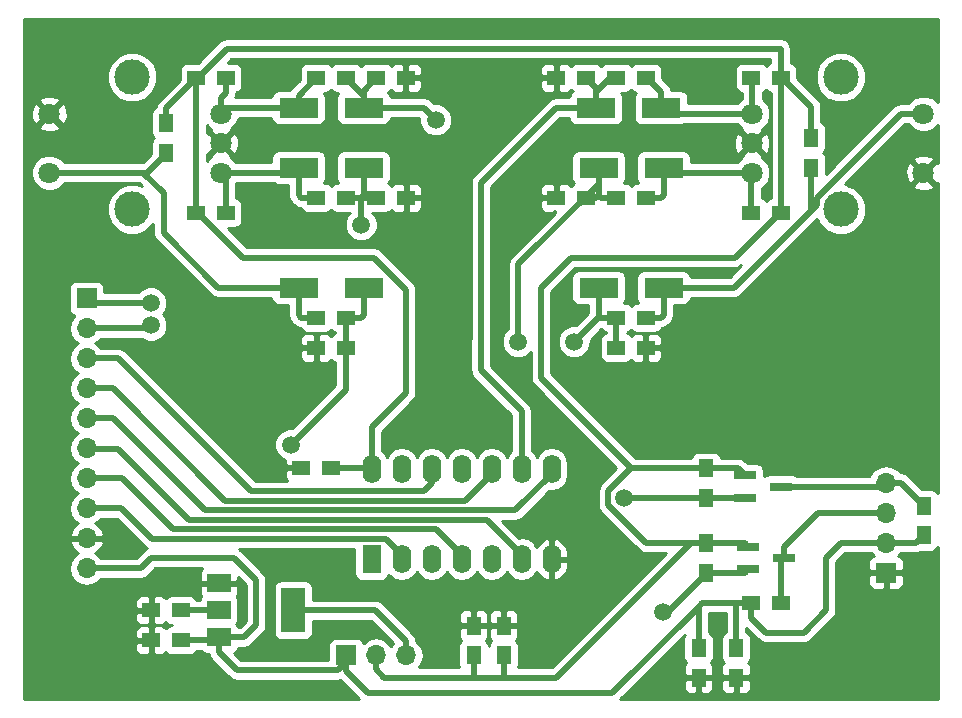
<source format=gbr>
G04 #@! TF.FileFunction,Copper,L1,Top,Signal*
%FSLAX46Y46*%
G04 Gerber Fmt 4.6, Leading zero omitted, Abs format (unit mm)*
G04 Created by KiCad (PCBNEW 4.0.6) date 09/09/17 17:19:42*
%MOMM*%
%LPD*%
G01*
G04 APERTURE LIST*
%ADD10C,0.100000*%
%ADD11R,1.700000X1.700000*%
%ADD12O,1.700000X1.700000*%
%ADD13C,1.800000*%
%ADD14C,3.000000*%
%ADD15R,1.500000X1.250000*%
%ADD16R,1.250000X1.500000*%
%ADD17R,1.600000X2.400000*%
%ADD18O,1.600000X2.400000*%
%ADD19R,2.000000X3.800000*%
%ADD20R,2.000000X1.500000*%
%ADD21R,1.900000X0.800000*%
%ADD22R,3.300000X1.700000*%
%ADD23C,1.500000*%
%ADD24C,0.500000*%
%ADD25C,0.254000*%
G04 APERTURE END LIST*
D10*
D11*
X5969000Y34671000D03*
D12*
X5969000Y32131000D03*
X5969000Y29591000D03*
X5969000Y27051000D03*
X5969000Y24511000D03*
X5969000Y21971000D03*
X5969000Y19431000D03*
X5969000Y16891000D03*
X5969000Y14351000D03*
X5969000Y11811000D03*
D13*
X76830000Y50290000D03*
X62330000Y50290000D03*
X62330000Y47790000D03*
X62330000Y45290000D03*
X76830000Y45290000D03*
D14*
X69830000Y42190000D03*
X69830000Y53390000D03*
D11*
X27940000Y4445000D03*
D12*
X30480000Y4445000D03*
X33020000Y4445000D03*
D15*
X25420000Y30480000D03*
X27920000Y30480000D03*
X33000000Y53340000D03*
X30500000Y53340000D03*
X53320000Y30480000D03*
X50820000Y30480000D03*
X45740000Y43180000D03*
X48240000Y43180000D03*
X11450000Y5715000D03*
X13950000Y5715000D03*
X11450000Y8255000D03*
X13950000Y8255000D03*
D11*
X73660000Y11430000D03*
D12*
X73660000Y13970000D03*
X73660000Y16510000D03*
X73660000Y19050000D03*
D16*
X12700000Y47010000D03*
X12700000Y49510000D03*
D15*
X15260000Y41910000D03*
X17760000Y41910000D03*
X25420000Y43180000D03*
X27920000Y43180000D03*
X27920000Y33020000D03*
X25420000Y33020000D03*
X15260000Y53340000D03*
X17760000Y53340000D03*
X25420000Y53340000D03*
X27920000Y53340000D03*
D16*
X67310000Y45740000D03*
X67310000Y48240000D03*
D15*
X64750000Y53340000D03*
X62250000Y53340000D03*
X53320000Y53340000D03*
X50820000Y53340000D03*
X50820000Y33020000D03*
X53320000Y33020000D03*
X64770000Y41910000D03*
X62270000Y41910000D03*
X53320000Y43180000D03*
X50820000Y43180000D03*
D16*
X58420000Y13950000D03*
X58420000Y11450000D03*
D15*
X62250000Y8890000D03*
X64750000Y8890000D03*
D16*
X58420000Y20300000D03*
X58420000Y17800000D03*
X76835000Y14625000D03*
X76835000Y17125000D03*
D17*
X30099000Y12573000D03*
D18*
X45339000Y20193000D03*
X32639000Y12573000D03*
X42799000Y20193000D03*
X35179000Y12573000D03*
X40259000Y20193000D03*
X37719000Y12573000D03*
X37719000Y20193000D03*
X40259000Y12573000D03*
X35179000Y20193000D03*
X42799000Y12573000D03*
X32639000Y20193000D03*
X45339000Y12573000D03*
X30099000Y20193000D03*
D19*
X23470000Y8255000D03*
D20*
X17170000Y8255000D03*
X17170000Y5955000D03*
X17170000Y10555000D03*
D15*
X33020000Y43180000D03*
X30520000Y43180000D03*
X45740000Y53340000D03*
X48240000Y53340000D03*
X26630000Y20320000D03*
X24130000Y20320000D03*
D13*
X2830000Y45290000D03*
X17330000Y45290000D03*
X17330000Y47790000D03*
X17330000Y50290000D03*
X2830000Y50290000D03*
D14*
X9830000Y53390000D03*
X9830000Y42190000D03*
D21*
X62000000Y13650000D03*
X62000000Y11750000D03*
X65000000Y12700000D03*
X61730000Y19680000D03*
X61730000Y17780000D03*
X64730000Y18730000D03*
D22*
X49320000Y45720000D03*
X54820000Y45720000D03*
X49320000Y35560000D03*
X54820000Y35560000D03*
X49110000Y50800000D03*
X54610000Y50800000D03*
X29420000Y50800000D03*
X23920000Y50800000D03*
X29420000Y35560000D03*
X23920000Y35560000D03*
X29420000Y45720000D03*
X23920000Y45720000D03*
D16*
X38735000Y4465000D03*
X38735000Y6965000D03*
X41275000Y4465000D03*
X41275000Y6965000D03*
X57785000Y2560000D03*
X57785000Y5060000D03*
X60960000Y2560000D03*
X60960000Y5060000D03*
D23*
X23260989Y22280391D03*
X35538408Y49780269D03*
X47253741Y31000054D03*
X42514660Y31000052D03*
X29223499Y40896894D03*
X11430000Y34290000D03*
X51435000Y17780000D03*
X54740815Y8115858D03*
X11430000Y32385000D03*
D24*
X24010988Y23030390D02*
X23260989Y22280391D01*
X27920000Y30480000D02*
X27920000Y26939402D01*
X27920000Y26939402D02*
X24010988Y23030390D01*
X27920000Y30480000D02*
X27920000Y33020000D01*
X29210000Y33020000D02*
X29420000Y33230000D01*
X29420000Y33230000D02*
X29420000Y35560000D01*
X27920000Y33020000D02*
X29210000Y33020000D01*
X34518677Y50800000D02*
X34788409Y50530268D01*
X29420000Y50800000D02*
X34518677Y50800000D01*
X34788409Y50530268D02*
X35538408Y49780269D01*
X29420000Y50800000D02*
X29420000Y52260000D01*
X29420000Y52260000D02*
X30500000Y53340000D01*
X29420000Y50800000D02*
X31570000Y50800000D01*
X29420000Y50800000D02*
X29420000Y51840000D01*
X29420000Y51840000D02*
X27920000Y53340000D01*
X48003740Y31750053D02*
X47253741Y31000054D01*
X49320000Y33066313D02*
X48003740Y31750053D01*
X49320000Y35560000D02*
X49320000Y33066313D01*
X50820000Y30480000D02*
X50820000Y33020000D01*
X49530000Y33020000D02*
X49320000Y33230000D01*
X49320000Y33230000D02*
X49320000Y35560000D01*
X50820000Y33020000D02*
X49530000Y33020000D01*
X42514660Y32060712D02*
X42514660Y31000052D01*
X49320000Y45720000D02*
X49320000Y44370000D01*
X49320000Y44370000D02*
X42514660Y37564660D01*
X42514660Y37564660D02*
X42514660Y32060712D01*
X48240000Y43180000D02*
X49110000Y43180000D01*
X49110000Y43180000D02*
X49320000Y43390000D01*
X37719000Y20193000D02*
X37719000Y20593000D01*
X50800000Y43160000D02*
X50820000Y43180000D01*
X50820000Y43180000D02*
X49530000Y43180000D01*
X49530000Y43180000D02*
X49320000Y43390000D01*
X49320000Y43390000D02*
X49320000Y45720000D01*
X20320000Y6985000D02*
X19290000Y5955000D01*
X19290000Y5955000D02*
X17170000Y5955000D01*
X20320000Y10795000D02*
X20320000Y6985000D01*
X18415000Y12700000D02*
X20320000Y10795000D01*
X11430000Y12700000D02*
X18415000Y12700000D01*
X10541000Y11811000D02*
X11430000Y12700000D01*
X5969000Y11811000D02*
X10541000Y11811000D01*
X58101600Y8890000D02*
X60960000Y8890000D01*
X60960000Y8890000D02*
X61000000Y8890000D01*
X60960000Y5060000D02*
X60960000Y8890000D01*
X50481600Y1270000D02*
X57785000Y8573400D01*
X57785000Y8573400D02*
X58101600Y8890000D01*
X57785000Y8255000D02*
X57785000Y8573400D01*
X57785000Y5060000D02*
X57785000Y8255000D01*
X61000000Y8890000D02*
X62250000Y8890000D01*
X29765000Y1270000D02*
X50481600Y1270000D01*
X27940000Y3095000D02*
X29765000Y1270000D01*
X27940000Y4445000D02*
X27940000Y3095000D01*
X73660000Y13970000D02*
X76180000Y13970000D01*
X76180000Y13970000D02*
X76835000Y14625000D01*
X68580000Y12700000D02*
X69850000Y13970000D01*
X69850000Y13970000D02*
X73660000Y13970000D01*
X68580000Y8255000D02*
X68580000Y12700000D01*
X66675000Y6350000D02*
X68580000Y8255000D01*
X63500000Y6350000D02*
X66675000Y6350000D01*
X62250000Y7600000D02*
X63500000Y6350000D01*
X62250000Y8890000D02*
X62250000Y7600000D01*
X13950000Y5715000D02*
X16930000Y5715000D01*
X16930000Y5715000D02*
X17170000Y5955000D01*
X17170000Y5955000D02*
X17170000Y4705000D01*
X17170000Y4705000D02*
X18700000Y3175000D01*
X18700000Y3175000D02*
X27252759Y3175000D01*
X27252759Y3175000D02*
X27940000Y3862241D01*
X27940000Y3862241D02*
X27940000Y4445000D01*
X33020000Y4445000D02*
X33020000Y5647081D01*
X33020000Y5647081D02*
X30412081Y8255000D01*
X30412081Y8255000D02*
X24970000Y8255000D01*
X24970000Y8255000D02*
X23470000Y8255000D01*
X14585000Y8255000D02*
X17170000Y8255000D01*
X24130000Y43180000D02*
X23920000Y43390000D01*
X23920000Y43390000D02*
X23920000Y45720000D01*
X25420000Y43180000D02*
X24130000Y43180000D01*
X17330000Y45290000D02*
X23490000Y45290000D01*
X23490000Y45290000D02*
X23920000Y45720000D01*
X17760000Y41910000D02*
X17760000Y44860000D01*
X17760000Y44860000D02*
X17330000Y45290000D01*
X12700000Y47010000D02*
X12700000Y46885000D01*
X12700000Y46885000D02*
X11105000Y45290000D01*
X11105000Y45290000D02*
X10784666Y45290000D01*
X24130000Y33020000D02*
X23920000Y33230000D01*
X23920000Y33230000D02*
X23920000Y35560000D01*
X25420000Y33020000D02*
X24130000Y33020000D01*
X2830000Y45290000D02*
X10784666Y45290000D01*
X21770000Y35560000D02*
X23920000Y35560000D01*
X10784666Y45290000D02*
X12492332Y43582334D01*
X12492332Y43582334D02*
X12492332Y40204183D01*
X12492332Y40204183D02*
X17136515Y35560000D01*
X17136515Y35560000D02*
X21770000Y35560000D01*
X23920000Y50800000D02*
X17840000Y50800000D01*
X17840000Y50800000D02*
X17330000Y50290000D01*
X17330000Y51620000D02*
X17760000Y52050000D01*
X17760000Y52050000D02*
X17760000Y53340000D01*
X17330000Y50290000D02*
X17330000Y51620000D01*
X23920000Y50800000D02*
X23920000Y51840000D01*
X23920000Y51840000D02*
X25420000Y53340000D01*
X23900000Y50820000D02*
X23920000Y50800000D01*
X62330000Y50290000D02*
X62330000Y53260000D01*
X62330000Y53260000D02*
X62250000Y53340000D01*
X62330000Y50290000D02*
X55120000Y50290000D01*
X55120000Y50290000D02*
X54610000Y50800000D01*
X53445000Y53340000D02*
X54610000Y52175000D01*
X54610000Y52175000D02*
X54610000Y50800000D01*
X53320000Y53340000D02*
X53445000Y53340000D01*
X67779999Y42554997D02*
X67310000Y42084998D01*
X67310000Y42084998D02*
X60785002Y35560000D01*
X67310000Y45740000D02*
X67310000Y42084998D01*
X76830000Y50290000D02*
X74895998Y50290000D01*
X74895998Y50290000D02*
X67779999Y43174001D01*
X67779999Y43174001D02*
X67779999Y42554997D01*
X60785002Y35560000D02*
X56970000Y35560000D01*
X56970000Y35560000D02*
X54820000Y35560000D01*
X54610000Y33020000D02*
X54820000Y33230000D01*
X54820000Y33230000D02*
X54820000Y35560000D01*
X53320000Y33020000D02*
X54610000Y33020000D01*
X62270000Y41910000D02*
X62270000Y45230000D01*
X62270000Y45230000D02*
X62330000Y45290000D01*
X54610000Y43180000D02*
X54820000Y43390000D01*
X54820000Y43390000D02*
X54820000Y45720000D01*
X53320000Y43180000D02*
X54610000Y43180000D01*
X53320000Y43180000D02*
X53445000Y43180000D01*
X62330000Y45290000D02*
X55250000Y45290000D01*
X55250000Y45290000D02*
X54820000Y45720000D01*
X38735000Y2540000D02*
X41275000Y2540000D01*
X41275000Y4465000D02*
X41275000Y3215000D01*
X41275000Y2540000D02*
X45720000Y2540000D01*
X41275000Y3215000D02*
X41275000Y2540000D01*
X31182919Y2540000D02*
X38735000Y2540000D01*
X38735000Y4465000D02*
X38735000Y2540000D01*
X33020000Y26670000D02*
X30099000Y23749000D01*
X30099000Y21893000D02*
X30099000Y20193000D01*
X19195000Y38100000D02*
X30307567Y38100000D01*
X30099000Y23749000D02*
X30099000Y21893000D01*
X15260000Y41910000D02*
X15385000Y41910000D01*
X33020000Y35387567D02*
X33020000Y26670000D01*
X15385000Y41910000D02*
X19195000Y38100000D01*
X30307567Y38100000D02*
X33020000Y35387567D01*
X50134998Y18384998D02*
X52070000Y20320000D01*
X50134998Y17155998D02*
X50134998Y18384998D01*
X58420000Y13950000D02*
X53340996Y13950000D01*
X53340996Y13950000D02*
X50134998Y17155998D01*
X44450000Y27940000D02*
X52070000Y20320000D01*
X52070000Y20320000D02*
X52090000Y20300000D01*
X57150000Y13970000D02*
X57170000Y13950000D01*
X57170000Y13950000D02*
X58420000Y13950000D01*
X45720000Y2540000D02*
X57150000Y13970000D01*
X30480000Y4445000D02*
X30480000Y3242919D01*
X30480000Y3242919D02*
X31182919Y2540000D01*
X26630000Y20320000D02*
X29972000Y20320000D01*
X29972000Y20320000D02*
X30099000Y20193000D01*
X15260000Y53340000D02*
X15385000Y53340000D01*
X15385000Y53340000D02*
X17850248Y55805248D01*
X17850248Y55805248D02*
X64750000Y55805248D01*
X64750000Y55805248D02*
X64750000Y53340000D01*
X52090000Y20300000D02*
X58420000Y20300000D01*
X44450000Y35560000D02*
X44450000Y27940000D01*
X46990000Y38100000D02*
X44450000Y35560000D01*
X60835000Y38100000D02*
X46990000Y38100000D01*
X64770000Y41910000D02*
X64645000Y41910000D01*
X64645000Y41910000D02*
X60835000Y38100000D01*
X12700000Y49510000D02*
X12700000Y50780000D01*
X12700000Y50780000D02*
X15260000Y53340000D01*
X64750000Y53340000D02*
X64875000Y53340000D01*
X64875000Y53340000D02*
X67310000Y50905000D01*
X67310000Y49490000D02*
X67310000Y48240000D01*
X67310000Y50905000D02*
X67310000Y49490000D01*
X64770000Y41910000D02*
X64770000Y53320000D01*
X64770000Y53320000D02*
X64750000Y53340000D01*
X58420000Y13950000D02*
X61700000Y13950000D01*
X61700000Y13950000D02*
X62000000Y13650000D01*
X58420000Y20300000D02*
X61110000Y20300000D01*
X61110000Y20300000D02*
X61730000Y19680000D01*
X15260000Y41910000D02*
X15260000Y53340000D01*
X5969000Y29591000D02*
X8644514Y29591000D01*
X8644514Y29591000D02*
X19912458Y18323056D01*
X19912458Y18323056D02*
X34503942Y18323056D01*
X34503942Y18323056D02*
X35204943Y19024057D01*
X35179000Y19050000D02*
X35179000Y20193000D01*
X35204943Y19024057D02*
X35179000Y19050000D01*
X5969000Y27051000D02*
X8194739Y27051000D01*
X8194739Y27051000D02*
X17722693Y17523046D01*
X17722693Y17523046D02*
X37989046Y17523046D01*
X37989046Y17523046D02*
X40259000Y19793000D01*
X40259000Y19793000D02*
X40259000Y20193000D01*
X5969000Y24511000D02*
X8210926Y24511000D01*
X8210926Y24511000D02*
X15998890Y16723036D01*
X15998890Y16723036D02*
X42269036Y16723036D01*
X42269036Y16723036D02*
X45339000Y19793000D01*
X45339000Y19793000D02*
X45339000Y20193000D01*
X42799000Y12573000D02*
X42799000Y12973000D01*
X5999531Y21940469D02*
X5969000Y21971000D01*
X42799000Y12973000D02*
X39848978Y15923022D01*
X39848978Y15923022D02*
X14609646Y15923022D01*
X8592199Y21940469D02*
X5999531Y21940469D01*
X14609646Y15923022D02*
X8592199Y21940469D01*
X5969000Y19431000D02*
X8986623Y19431000D01*
X8986623Y19431000D02*
X13294612Y15123011D01*
X13294612Y15123011D02*
X35568989Y15123011D01*
X35568989Y15123011D02*
X37719000Y12973000D01*
X37719000Y12973000D02*
X37719000Y12573000D01*
X32639000Y12573000D02*
X32639000Y12973000D01*
X11497198Y14323001D02*
X8926154Y16894045D01*
X32639000Y12973000D02*
X31288999Y14323001D01*
X31288999Y14323001D02*
X11497198Y14323001D01*
X8926154Y16894045D02*
X5972045Y16894045D01*
X5972045Y16894045D02*
X5969000Y16891000D01*
X29223499Y40896894D02*
X29223499Y43166501D01*
X29223499Y43166501D02*
X29210000Y43180000D01*
X29210000Y43180000D02*
X29400081Y43180000D01*
X30520000Y43180000D02*
X29210000Y43180000D01*
X27920000Y43180000D02*
X29210000Y43180000D01*
X29210000Y43180000D02*
X29420000Y43390000D01*
X29420000Y43390000D02*
X29420000Y45720000D01*
X49110000Y50800000D02*
X49110000Y52470000D01*
X49110000Y52470000D02*
X48240000Y53340000D01*
X45720000Y50800000D02*
X46960000Y50800000D01*
X39370000Y31134004D02*
X39370000Y44450000D01*
X39339998Y31104002D02*
X39370000Y31134004D01*
X46960000Y50800000D02*
X49110000Y50800000D01*
X39339998Y28585998D02*
X39339998Y31104002D01*
X42799000Y25126996D02*
X39339998Y28585998D01*
X42799000Y20193000D02*
X42799000Y25126996D01*
X39370000Y44450000D02*
X45720000Y50800000D01*
X50820000Y53340000D02*
X50300000Y53340000D01*
X50300000Y53340000D02*
X49110000Y52150000D01*
X49110000Y52150000D02*
X49110000Y50800000D01*
X11430000Y34290000D02*
X6350000Y34290000D01*
X6350000Y34290000D02*
X5969000Y34671000D01*
X58420000Y17800000D02*
X51455000Y17800000D01*
X51455000Y17800000D02*
X51435000Y17780000D01*
X61730000Y17780000D02*
X58440000Y17780000D01*
X58440000Y17780000D02*
X58420000Y17800000D01*
X55210858Y8115858D02*
X54740815Y8115858D01*
X58420000Y11450000D02*
X58420000Y11325000D01*
X58420000Y11325000D02*
X55210858Y8115858D01*
X5969000Y32131000D02*
X11176000Y32131000D01*
X11176000Y32131000D02*
X11430000Y32385000D01*
X58420000Y11575000D02*
X58420000Y11450000D01*
X58420000Y11450000D02*
X61700000Y11450000D01*
X61700000Y11450000D02*
X62000000Y11750000D01*
X67910000Y16510000D02*
X73660000Y16510000D01*
X65000000Y12700000D02*
X65000000Y13600000D01*
X65000000Y13600000D02*
X67910000Y16510000D01*
X64750000Y8890000D02*
X64750000Y12450000D01*
X64750000Y12450000D02*
X65000000Y12700000D01*
X65000000Y12700000D02*
X65550000Y12700000D01*
X73660000Y19050000D02*
X74910000Y19050000D01*
X74910000Y19050000D02*
X76835000Y17125000D01*
X64730000Y18730000D02*
X73340000Y18730000D01*
X73340000Y18730000D02*
X73660000Y19050000D01*
D25*
G36*
X78030000Y51260618D02*
X77700643Y51590551D01*
X77136670Y51824733D01*
X76526009Y51825265D01*
X75961629Y51592068D01*
X75543831Y51175000D01*
X74895998Y51175000D01*
X74557323Y51107633D01*
X74270208Y50915790D01*
X74270206Y50915787D01*
X68582440Y45228022D01*
X68582440Y46490000D01*
X68538162Y46725317D01*
X68399090Y46941441D01*
X68329289Y46989134D01*
X68386441Y47025910D01*
X68531431Y47238110D01*
X68582440Y47490000D01*
X68582440Y48990000D01*
X68538162Y49225317D01*
X68399090Y49441441D01*
X68195000Y49580890D01*
X68195000Y50904995D01*
X68195001Y50905000D01*
X68127633Y51243674D01*
X68127633Y51243675D01*
X67935790Y51530790D01*
X67935787Y51530792D01*
X66499395Y52967185D01*
X67694630Y52967185D01*
X68018980Y52182200D01*
X68619041Y51581091D01*
X69403459Y51255372D01*
X70252815Y51254630D01*
X71037800Y51578980D01*
X71638909Y52179041D01*
X71964628Y52963459D01*
X71965370Y53812815D01*
X71641020Y54597800D01*
X71040959Y55198909D01*
X70256541Y55524628D01*
X69407185Y55525370D01*
X68622200Y55201020D01*
X68021091Y54600959D01*
X67695372Y53816541D01*
X67694630Y52967185D01*
X66499395Y52967185D01*
X66147440Y53319140D01*
X66147440Y53965000D01*
X66103162Y54200317D01*
X65964090Y54416441D01*
X65751890Y54561431D01*
X65635000Y54585102D01*
X65635000Y55805248D01*
X65567633Y56143923D01*
X65375790Y56431038D01*
X65088675Y56622881D01*
X64750000Y56690248D01*
X17850253Y56690248D01*
X17850248Y56690249D01*
X17511573Y56622881D01*
X17224458Y56431038D01*
X17224456Y56431035D01*
X15405860Y54612440D01*
X14510000Y54612440D01*
X14274683Y54568162D01*
X14058559Y54429090D01*
X13913569Y54216890D01*
X13862560Y53965000D01*
X13862560Y53194139D01*
X12074210Y51405790D01*
X11882367Y51118675D01*
X11871190Y51062484D01*
X11830346Y50857154D01*
X11623559Y50724090D01*
X11478569Y50511890D01*
X11427560Y50260000D01*
X11427560Y48760000D01*
X11471838Y48524683D01*
X11610910Y48308559D01*
X11680711Y48260866D01*
X11623559Y48224090D01*
X11478569Y48011890D01*
X11427560Y47760000D01*
X11427560Y46864139D01*
X10738420Y46175000D01*
X4115468Y46175000D01*
X3700643Y46590551D01*
X3136670Y46824733D01*
X2526009Y46825265D01*
X1961629Y46592068D01*
X1529449Y46160643D01*
X1295267Y45596670D01*
X1294735Y44986009D01*
X1527932Y44421629D01*
X1959357Y43989449D01*
X2523330Y43755267D01*
X3133991Y43754735D01*
X3698371Y43987932D01*
X4116169Y44405000D01*
X10418086Y44405000D01*
X10670242Y44152844D01*
X10256541Y44324628D01*
X9407185Y44325370D01*
X8622200Y44001020D01*
X8021091Y43400959D01*
X7695372Y42616541D01*
X7694630Y41767185D01*
X8018980Y40982200D01*
X8619041Y40381091D01*
X9403459Y40055372D01*
X10252815Y40054630D01*
X11037800Y40378980D01*
X11607332Y40947519D01*
X11607332Y40204188D01*
X11607331Y40204183D01*
X11637080Y40054630D01*
X11674699Y39865508D01*
X11866542Y39578393D01*
X16510723Y34934213D01*
X16510725Y34934210D01*
X16538293Y34915790D01*
X16797841Y34742366D01*
X17136515Y34674999D01*
X17136520Y34675000D01*
X21629146Y34675000D01*
X21666838Y34474683D01*
X21805910Y34258559D01*
X22018110Y34113569D01*
X22270000Y34062560D01*
X23035000Y34062560D01*
X23035000Y33230005D01*
X23034999Y33230000D01*
X23076772Y33020000D01*
X23102367Y32891325D01*
X23239225Y32686502D01*
X23294210Y32604210D01*
X23504208Y32394213D01*
X23504210Y32394210D01*
X23791325Y32202367D01*
X23847516Y32191190D01*
X24075782Y32145784D01*
X24205910Y31943559D01*
X24418110Y31798569D01*
X24670000Y31747560D01*
X26170000Y31747560D01*
X26405317Y31791838D01*
X26621441Y31930910D01*
X26669134Y32000711D01*
X26705910Y31943559D01*
X26918110Y31798569D01*
X27035000Y31774898D01*
X27035000Y31727038D01*
X26934683Y31708162D01*
X26718559Y31569090D01*
X26672031Y31500994D01*
X26529698Y31643327D01*
X26296309Y31740000D01*
X25705750Y31740000D01*
X25547000Y31581250D01*
X25547000Y30607000D01*
X25567000Y30607000D01*
X25567000Y30353000D01*
X25547000Y30353000D01*
X25547000Y29378750D01*
X25705750Y29220000D01*
X26296309Y29220000D01*
X26529698Y29316673D01*
X26670936Y29457910D01*
X26705910Y29403559D01*
X26918110Y29258569D01*
X27035000Y29234898D01*
X27035000Y27305981D01*
X23394293Y23665275D01*
X22986704Y23665631D01*
X22477474Y23455222D01*
X22087528Y23065955D01*
X21876230Y22557093D01*
X21875749Y22006106D01*
X22086158Y21496876D01*
X22475425Y21106930D01*
X22745000Y20994993D01*
X22745000Y20605750D01*
X22903750Y20447000D01*
X24003000Y20447000D01*
X24003000Y20467000D01*
X24257000Y20467000D01*
X24257000Y20447000D01*
X24277000Y20447000D01*
X24277000Y20193000D01*
X24257000Y20193000D01*
X24257000Y20173000D01*
X24003000Y20173000D01*
X24003000Y20193000D01*
X22903750Y20193000D01*
X22745000Y20034250D01*
X22745000Y19568690D01*
X22841673Y19335301D01*
X22968919Y19208056D01*
X20279037Y19208056D01*
X9292844Y30194250D01*
X24035000Y30194250D01*
X24035000Y29728690D01*
X24131673Y29495301D01*
X24310302Y29316673D01*
X24543691Y29220000D01*
X25134250Y29220000D01*
X25293000Y29378750D01*
X25293000Y30353000D01*
X24193750Y30353000D01*
X24035000Y30194250D01*
X9292844Y30194250D01*
X9270304Y30216790D01*
X9166171Y30286369D01*
X8983189Y30408633D01*
X8926998Y30419810D01*
X8644514Y30476001D01*
X8644509Y30476000D01*
X7158432Y30476000D01*
X7048147Y30641054D01*
X6718974Y30861000D01*
X7048147Y31080946D01*
X7158432Y31246000D01*
X10610035Y31246000D01*
X10644436Y31211539D01*
X11153298Y31000241D01*
X11704285Y30999760D01*
X12213515Y31210169D01*
X12234692Y31231310D01*
X24035000Y31231310D01*
X24035000Y30765750D01*
X24193750Y30607000D01*
X25293000Y30607000D01*
X25293000Y31581250D01*
X25134250Y31740000D01*
X24543691Y31740000D01*
X24310302Y31643327D01*
X24131673Y31464699D01*
X24035000Y31231310D01*
X12234692Y31231310D01*
X12603461Y31599436D01*
X12814759Y32108298D01*
X12815240Y32659285D01*
X12604831Y33168515D01*
X12436187Y33337453D01*
X12603461Y33504436D01*
X12814759Y34013298D01*
X12815240Y34564285D01*
X12604831Y35073515D01*
X12215564Y35463461D01*
X11706702Y35674759D01*
X11155715Y35675240D01*
X10646485Y35464831D01*
X10356148Y35175000D01*
X7466440Y35175000D01*
X7466440Y35521000D01*
X7422162Y35756317D01*
X7283090Y35972441D01*
X7070890Y36117431D01*
X6819000Y36168440D01*
X5119000Y36168440D01*
X4883683Y36124162D01*
X4667559Y35985090D01*
X4522569Y35772890D01*
X4471560Y35521000D01*
X4471560Y33821000D01*
X4515838Y33585683D01*
X4654910Y33369559D01*
X4867110Y33224569D01*
X4934541Y33210914D01*
X4889853Y33181054D01*
X4567946Y32699285D01*
X4454907Y32131000D01*
X4567946Y31562715D01*
X4889853Y31080946D01*
X5219026Y30861000D01*
X4889853Y30641054D01*
X4567946Y30159285D01*
X4454907Y29591000D01*
X4567946Y29022715D01*
X4889853Y28540946D01*
X5219026Y28321000D01*
X4889853Y28101054D01*
X4567946Y27619285D01*
X4454907Y27051000D01*
X4567946Y26482715D01*
X4889853Y26000946D01*
X5219026Y25781000D01*
X4889853Y25561054D01*
X4567946Y25079285D01*
X4454907Y24511000D01*
X4567946Y23942715D01*
X4889853Y23460946D01*
X5219026Y23241000D01*
X4889853Y23021054D01*
X4567946Y22539285D01*
X4454907Y21971000D01*
X4567946Y21402715D01*
X4889853Y20920946D01*
X5219026Y20701000D01*
X4889853Y20481054D01*
X4567946Y19999285D01*
X4454907Y19431000D01*
X4567946Y18862715D01*
X4889853Y18380946D01*
X5219026Y18161000D01*
X4889853Y17941054D01*
X4567946Y17459285D01*
X4454907Y16891000D01*
X4567946Y16322715D01*
X4889853Y15840946D01*
X5230553Y15613298D01*
X5087642Y15546183D01*
X4697355Y15117924D01*
X4527524Y14707890D01*
X4648845Y14478000D01*
X5842000Y14478000D01*
X5842000Y14498000D01*
X6096000Y14498000D01*
X6096000Y14478000D01*
X7289155Y14478000D01*
X7410476Y14707890D01*
X7240645Y15117924D01*
X6850358Y15546183D01*
X6707447Y15613298D01*
X7048147Y15840946D01*
X7160467Y16009045D01*
X8559574Y16009045D01*
X10871406Y13697214D01*
X10871408Y13697211D01*
X11128962Y13525120D01*
X11091325Y13517633D01*
X10804210Y13325790D01*
X10804208Y13325787D01*
X10174420Y12696000D01*
X7158432Y12696000D01*
X7048147Y12861054D01*
X6707447Y13088702D01*
X6850358Y13155817D01*
X7240645Y13584076D01*
X7410476Y13994110D01*
X7289155Y14224000D01*
X6096000Y14224000D01*
X6096000Y14204000D01*
X5842000Y14204000D01*
X5842000Y14224000D01*
X4648845Y14224000D01*
X4527524Y13994110D01*
X4697355Y13584076D01*
X5087642Y13155817D01*
X5230553Y13088702D01*
X4889853Y12861054D01*
X4567946Y12379285D01*
X4454907Y11811000D01*
X4567946Y11242715D01*
X4889853Y10760946D01*
X5371622Y10439039D01*
X5939907Y10326000D01*
X5998093Y10326000D01*
X6566378Y10439039D01*
X7048147Y10760946D01*
X7158432Y10926000D01*
X10540995Y10926000D01*
X10541000Y10925999D01*
X10823484Y10982190D01*
X10879675Y10993367D01*
X11166790Y11185210D01*
X11796579Y11815000D01*
X15781975Y11815000D01*
X15631673Y11664699D01*
X15535000Y11431310D01*
X15535000Y10840750D01*
X15693750Y10682000D01*
X17043000Y10682000D01*
X17043000Y10702000D01*
X17297000Y10702000D01*
X17297000Y10682000D01*
X18646250Y10682000D01*
X18805000Y10840750D01*
X18805000Y11058421D01*
X19435000Y10428421D01*
X19435000Y7351579D01*
X18923420Y6840000D01*
X18792038Y6840000D01*
X18773162Y6940317D01*
X18666241Y7106477D01*
X18766431Y7253110D01*
X18817440Y7505000D01*
X18817440Y9005000D01*
X18773162Y9240317D01*
X18667518Y9404492D01*
X18708327Y9445301D01*
X18805000Y9678690D01*
X18805000Y10269250D01*
X18646250Y10428000D01*
X17297000Y10428000D01*
X17297000Y10408000D01*
X17043000Y10408000D01*
X17043000Y10428000D01*
X15693750Y10428000D01*
X15535000Y10269250D01*
X15535000Y9678690D01*
X15631673Y9445301D01*
X15673634Y9403340D01*
X15573569Y9256890D01*
X15549898Y9140000D01*
X15287279Y9140000D01*
X15164090Y9331441D01*
X14951890Y9476431D01*
X14700000Y9527440D01*
X13200000Y9527440D01*
X12964683Y9483162D01*
X12748559Y9344090D01*
X12702031Y9275994D01*
X12559698Y9418327D01*
X12326309Y9515000D01*
X11735750Y9515000D01*
X11577000Y9356250D01*
X11577000Y8382000D01*
X11597000Y8382000D01*
X11597000Y8128000D01*
X11577000Y8128000D01*
X11577000Y7153750D01*
X11735750Y6995000D01*
X12326309Y6995000D01*
X12559698Y7091673D01*
X12700936Y7232910D01*
X12735910Y7178559D01*
X12948110Y7033569D01*
X13187509Y6985090D01*
X12964683Y6943162D01*
X12748559Y6804090D01*
X12702031Y6735994D01*
X12559698Y6878327D01*
X12326309Y6975000D01*
X11735750Y6975000D01*
X11577000Y6816250D01*
X11577000Y5842000D01*
X11597000Y5842000D01*
X11597000Y5588000D01*
X11577000Y5588000D01*
X11577000Y4613750D01*
X11735750Y4455000D01*
X12326309Y4455000D01*
X12559698Y4551673D01*
X12700936Y4692910D01*
X12735910Y4638559D01*
X12948110Y4493569D01*
X13200000Y4442560D01*
X14700000Y4442560D01*
X14935317Y4486838D01*
X15151441Y4625910D01*
X15290890Y4830000D01*
X15656722Y4830000D01*
X15705910Y4753559D01*
X15918110Y4608569D01*
X16170000Y4557560D01*
X16314327Y4557560D01*
X16327056Y4493569D01*
X16352367Y4366325D01*
X16530319Y4100000D01*
X16544210Y4079210D01*
X18074208Y2549213D01*
X18074210Y2549210D01*
X18361325Y2357367D01*
X18417516Y2346190D01*
X18700000Y2289999D01*
X18700005Y2290000D01*
X27252754Y2290000D01*
X27252759Y2289999D01*
X27453492Y2329928D01*
X29073421Y710000D01*
X710000Y710000D01*
X710000Y5429250D01*
X10065000Y5429250D01*
X10065000Y4963690D01*
X10161673Y4730301D01*
X10340302Y4551673D01*
X10573691Y4455000D01*
X11164250Y4455000D01*
X11323000Y4613750D01*
X11323000Y5588000D01*
X10223750Y5588000D01*
X10065000Y5429250D01*
X710000Y5429250D01*
X710000Y6466310D01*
X10065000Y6466310D01*
X10065000Y6000750D01*
X10223750Y5842000D01*
X11323000Y5842000D01*
X11323000Y6816250D01*
X11164250Y6975000D01*
X10573691Y6975000D01*
X10340302Y6878327D01*
X10161673Y6699699D01*
X10065000Y6466310D01*
X710000Y6466310D01*
X710000Y7969250D01*
X10065000Y7969250D01*
X10065000Y7503690D01*
X10161673Y7270301D01*
X10340302Y7091673D01*
X10573691Y6995000D01*
X11164250Y6995000D01*
X11323000Y7153750D01*
X11323000Y8128000D01*
X10223750Y8128000D01*
X10065000Y7969250D01*
X710000Y7969250D01*
X710000Y9006310D01*
X10065000Y9006310D01*
X10065000Y8540750D01*
X10223750Y8382000D01*
X11323000Y8382000D01*
X11323000Y9356250D01*
X11164250Y9515000D01*
X10573691Y9515000D01*
X10340302Y9418327D01*
X10161673Y9239699D01*
X10065000Y9006310D01*
X710000Y9006310D01*
X710000Y49209841D01*
X1929446Y49209841D01*
X2015852Y48953357D01*
X2589336Y48743542D01*
X3199460Y48769161D01*
X3644148Y48953357D01*
X3730554Y49209841D01*
X2830000Y50110395D01*
X1929446Y49209841D01*
X710000Y49209841D01*
X710000Y50530664D01*
X1283542Y50530664D01*
X1309161Y49920540D01*
X1493357Y49475852D01*
X1749841Y49389446D01*
X2650395Y50290000D01*
X3009605Y50290000D01*
X3910159Y49389446D01*
X4166643Y49475852D01*
X4376458Y50049336D01*
X4350839Y50659460D01*
X4166643Y51104148D01*
X3910159Y51190554D01*
X3009605Y50290000D01*
X2650395Y50290000D01*
X1749841Y51190554D01*
X1493357Y51104148D01*
X1283542Y50530664D01*
X710000Y50530664D01*
X710000Y51370159D01*
X1929446Y51370159D01*
X2830000Y50469605D01*
X3730554Y51370159D01*
X3644148Y51626643D01*
X3070664Y51836458D01*
X2460540Y51810839D01*
X2015852Y51626643D01*
X1929446Y51370159D01*
X710000Y51370159D01*
X710000Y52967185D01*
X7694630Y52967185D01*
X8018980Y52182200D01*
X8619041Y51581091D01*
X9403459Y51255372D01*
X10252815Y51254630D01*
X11037800Y51578980D01*
X11638909Y52179041D01*
X11964628Y52963459D01*
X11965370Y53812815D01*
X11641020Y54597800D01*
X11040959Y55198909D01*
X10256541Y55524628D01*
X9407185Y55525370D01*
X8622200Y55201020D01*
X8021091Y54600959D01*
X7695372Y53816541D01*
X7694630Y52967185D01*
X710000Y52967185D01*
X710000Y58345000D01*
X78030000Y58345000D01*
X78030000Y51260618D01*
X78030000Y51260618D01*
G37*
X78030000Y51260618D02*
X77700643Y51590551D01*
X77136670Y51824733D01*
X76526009Y51825265D01*
X75961629Y51592068D01*
X75543831Y51175000D01*
X74895998Y51175000D01*
X74557323Y51107633D01*
X74270208Y50915790D01*
X74270206Y50915787D01*
X68582440Y45228022D01*
X68582440Y46490000D01*
X68538162Y46725317D01*
X68399090Y46941441D01*
X68329289Y46989134D01*
X68386441Y47025910D01*
X68531431Y47238110D01*
X68582440Y47490000D01*
X68582440Y48990000D01*
X68538162Y49225317D01*
X68399090Y49441441D01*
X68195000Y49580890D01*
X68195000Y50904995D01*
X68195001Y50905000D01*
X68127633Y51243674D01*
X68127633Y51243675D01*
X67935790Y51530790D01*
X67935787Y51530792D01*
X66499395Y52967185D01*
X67694630Y52967185D01*
X68018980Y52182200D01*
X68619041Y51581091D01*
X69403459Y51255372D01*
X70252815Y51254630D01*
X71037800Y51578980D01*
X71638909Y52179041D01*
X71964628Y52963459D01*
X71965370Y53812815D01*
X71641020Y54597800D01*
X71040959Y55198909D01*
X70256541Y55524628D01*
X69407185Y55525370D01*
X68622200Y55201020D01*
X68021091Y54600959D01*
X67695372Y53816541D01*
X67694630Y52967185D01*
X66499395Y52967185D01*
X66147440Y53319140D01*
X66147440Y53965000D01*
X66103162Y54200317D01*
X65964090Y54416441D01*
X65751890Y54561431D01*
X65635000Y54585102D01*
X65635000Y55805248D01*
X65567633Y56143923D01*
X65375790Y56431038D01*
X65088675Y56622881D01*
X64750000Y56690248D01*
X17850253Y56690248D01*
X17850248Y56690249D01*
X17511573Y56622881D01*
X17224458Y56431038D01*
X17224456Y56431035D01*
X15405860Y54612440D01*
X14510000Y54612440D01*
X14274683Y54568162D01*
X14058559Y54429090D01*
X13913569Y54216890D01*
X13862560Y53965000D01*
X13862560Y53194139D01*
X12074210Y51405790D01*
X11882367Y51118675D01*
X11871190Y51062484D01*
X11830346Y50857154D01*
X11623559Y50724090D01*
X11478569Y50511890D01*
X11427560Y50260000D01*
X11427560Y48760000D01*
X11471838Y48524683D01*
X11610910Y48308559D01*
X11680711Y48260866D01*
X11623559Y48224090D01*
X11478569Y48011890D01*
X11427560Y47760000D01*
X11427560Y46864139D01*
X10738420Y46175000D01*
X4115468Y46175000D01*
X3700643Y46590551D01*
X3136670Y46824733D01*
X2526009Y46825265D01*
X1961629Y46592068D01*
X1529449Y46160643D01*
X1295267Y45596670D01*
X1294735Y44986009D01*
X1527932Y44421629D01*
X1959357Y43989449D01*
X2523330Y43755267D01*
X3133991Y43754735D01*
X3698371Y43987932D01*
X4116169Y44405000D01*
X10418086Y44405000D01*
X10670242Y44152844D01*
X10256541Y44324628D01*
X9407185Y44325370D01*
X8622200Y44001020D01*
X8021091Y43400959D01*
X7695372Y42616541D01*
X7694630Y41767185D01*
X8018980Y40982200D01*
X8619041Y40381091D01*
X9403459Y40055372D01*
X10252815Y40054630D01*
X11037800Y40378980D01*
X11607332Y40947519D01*
X11607332Y40204188D01*
X11607331Y40204183D01*
X11637080Y40054630D01*
X11674699Y39865508D01*
X11866542Y39578393D01*
X16510723Y34934213D01*
X16510725Y34934210D01*
X16538293Y34915790D01*
X16797841Y34742366D01*
X17136515Y34674999D01*
X17136520Y34675000D01*
X21629146Y34675000D01*
X21666838Y34474683D01*
X21805910Y34258559D01*
X22018110Y34113569D01*
X22270000Y34062560D01*
X23035000Y34062560D01*
X23035000Y33230005D01*
X23034999Y33230000D01*
X23076772Y33020000D01*
X23102367Y32891325D01*
X23239225Y32686502D01*
X23294210Y32604210D01*
X23504208Y32394213D01*
X23504210Y32394210D01*
X23791325Y32202367D01*
X23847516Y32191190D01*
X24075782Y32145784D01*
X24205910Y31943559D01*
X24418110Y31798569D01*
X24670000Y31747560D01*
X26170000Y31747560D01*
X26405317Y31791838D01*
X26621441Y31930910D01*
X26669134Y32000711D01*
X26705910Y31943559D01*
X26918110Y31798569D01*
X27035000Y31774898D01*
X27035000Y31727038D01*
X26934683Y31708162D01*
X26718559Y31569090D01*
X26672031Y31500994D01*
X26529698Y31643327D01*
X26296309Y31740000D01*
X25705750Y31740000D01*
X25547000Y31581250D01*
X25547000Y30607000D01*
X25567000Y30607000D01*
X25567000Y30353000D01*
X25547000Y30353000D01*
X25547000Y29378750D01*
X25705750Y29220000D01*
X26296309Y29220000D01*
X26529698Y29316673D01*
X26670936Y29457910D01*
X26705910Y29403559D01*
X26918110Y29258569D01*
X27035000Y29234898D01*
X27035000Y27305981D01*
X23394293Y23665275D01*
X22986704Y23665631D01*
X22477474Y23455222D01*
X22087528Y23065955D01*
X21876230Y22557093D01*
X21875749Y22006106D01*
X22086158Y21496876D01*
X22475425Y21106930D01*
X22745000Y20994993D01*
X22745000Y20605750D01*
X22903750Y20447000D01*
X24003000Y20447000D01*
X24003000Y20467000D01*
X24257000Y20467000D01*
X24257000Y20447000D01*
X24277000Y20447000D01*
X24277000Y20193000D01*
X24257000Y20193000D01*
X24257000Y20173000D01*
X24003000Y20173000D01*
X24003000Y20193000D01*
X22903750Y20193000D01*
X22745000Y20034250D01*
X22745000Y19568690D01*
X22841673Y19335301D01*
X22968919Y19208056D01*
X20279037Y19208056D01*
X9292844Y30194250D01*
X24035000Y30194250D01*
X24035000Y29728690D01*
X24131673Y29495301D01*
X24310302Y29316673D01*
X24543691Y29220000D01*
X25134250Y29220000D01*
X25293000Y29378750D01*
X25293000Y30353000D01*
X24193750Y30353000D01*
X24035000Y30194250D01*
X9292844Y30194250D01*
X9270304Y30216790D01*
X9166171Y30286369D01*
X8983189Y30408633D01*
X8926998Y30419810D01*
X8644514Y30476001D01*
X8644509Y30476000D01*
X7158432Y30476000D01*
X7048147Y30641054D01*
X6718974Y30861000D01*
X7048147Y31080946D01*
X7158432Y31246000D01*
X10610035Y31246000D01*
X10644436Y31211539D01*
X11153298Y31000241D01*
X11704285Y30999760D01*
X12213515Y31210169D01*
X12234692Y31231310D01*
X24035000Y31231310D01*
X24035000Y30765750D01*
X24193750Y30607000D01*
X25293000Y30607000D01*
X25293000Y31581250D01*
X25134250Y31740000D01*
X24543691Y31740000D01*
X24310302Y31643327D01*
X24131673Y31464699D01*
X24035000Y31231310D01*
X12234692Y31231310D01*
X12603461Y31599436D01*
X12814759Y32108298D01*
X12815240Y32659285D01*
X12604831Y33168515D01*
X12436187Y33337453D01*
X12603461Y33504436D01*
X12814759Y34013298D01*
X12815240Y34564285D01*
X12604831Y35073515D01*
X12215564Y35463461D01*
X11706702Y35674759D01*
X11155715Y35675240D01*
X10646485Y35464831D01*
X10356148Y35175000D01*
X7466440Y35175000D01*
X7466440Y35521000D01*
X7422162Y35756317D01*
X7283090Y35972441D01*
X7070890Y36117431D01*
X6819000Y36168440D01*
X5119000Y36168440D01*
X4883683Y36124162D01*
X4667559Y35985090D01*
X4522569Y35772890D01*
X4471560Y35521000D01*
X4471560Y33821000D01*
X4515838Y33585683D01*
X4654910Y33369559D01*
X4867110Y33224569D01*
X4934541Y33210914D01*
X4889853Y33181054D01*
X4567946Y32699285D01*
X4454907Y32131000D01*
X4567946Y31562715D01*
X4889853Y31080946D01*
X5219026Y30861000D01*
X4889853Y30641054D01*
X4567946Y30159285D01*
X4454907Y29591000D01*
X4567946Y29022715D01*
X4889853Y28540946D01*
X5219026Y28321000D01*
X4889853Y28101054D01*
X4567946Y27619285D01*
X4454907Y27051000D01*
X4567946Y26482715D01*
X4889853Y26000946D01*
X5219026Y25781000D01*
X4889853Y25561054D01*
X4567946Y25079285D01*
X4454907Y24511000D01*
X4567946Y23942715D01*
X4889853Y23460946D01*
X5219026Y23241000D01*
X4889853Y23021054D01*
X4567946Y22539285D01*
X4454907Y21971000D01*
X4567946Y21402715D01*
X4889853Y20920946D01*
X5219026Y20701000D01*
X4889853Y20481054D01*
X4567946Y19999285D01*
X4454907Y19431000D01*
X4567946Y18862715D01*
X4889853Y18380946D01*
X5219026Y18161000D01*
X4889853Y17941054D01*
X4567946Y17459285D01*
X4454907Y16891000D01*
X4567946Y16322715D01*
X4889853Y15840946D01*
X5230553Y15613298D01*
X5087642Y15546183D01*
X4697355Y15117924D01*
X4527524Y14707890D01*
X4648845Y14478000D01*
X5842000Y14478000D01*
X5842000Y14498000D01*
X6096000Y14498000D01*
X6096000Y14478000D01*
X7289155Y14478000D01*
X7410476Y14707890D01*
X7240645Y15117924D01*
X6850358Y15546183D01*
X6707447Y15613298D01*
X7048147Y15840946D01*
X7160467Y16009045D01*
X8559574Y16009045D01*
X10871406Y13697214D01*
X10871408Y13697211D01*
X11128962Y13525120D01*
X11091325Y13517633D01*
X10804210Y13325790D01*
X10804208Y13325787D01*
X10174420Y12696000D01*
X7158432Y12696000D01*
X7048147Y12861054D01*
X6707447Y13088702D01*
X6850358Y13155817D01*
X7240645Y13584076D01*
X7410476Y13994110D01*
X7289155Y14224000D01*
X6096000Y14224000D01*
X6096000Y14204000D01*
X5842000Y14204000D01*
X5842000Y14224000D01*
X4648845Y14224000D01*
X4527524Y13994110D01*
X4697355Y13584076D01*
X5087642Y13155817D01*
X5230553Y13088702D01*
X4889853Y12861054D01*
X4567946Y12379285D01*
X4454907Y11811000D01*
X4567946Y11242715D01*
X4889853Y10760946D01*
X5371622Y10439039D01*
X5939907Y10326000D01*
X5998093Y10326000D01*
X6566378Y10439039D01*
X7048147Y10760946D01*
X7158432Y10926000D01*
X10540995Y10926000D01*
X10541000Y10925999D01*
X10823484Y10982190D01*
X10879675Y10993367D01*
X11166790Y11185210D01*
X11796579Y11815000D01*
X15781975Y11815000D01*
X15631673Y11664699D01*
X15535000Y11431310D01*
X15535000Y10840750D01*
X15693750Y10682000D01*
X17043000Y10682000D01*
X17043000Y10702000D01*
X17297000Y10702000D01*
X17297000Y10682000D01*
X18646250Y10682000D01*
X18805000Y10840750D01*
X18805000Y11058421D01*
X19435000Y10428421D01*
X19435000Y7351579D01*
X18923420Y6840000D01*
X18792038Y6840000D01*
X18773162Y6940317D01*
X18666241Y7106477D01*
X18766431Y7253110D01*
X18817440Y7505000D01*
X18817440Y9005000D01*
X18773162Y9240317D01*
X18667518Y9404492D01*
X18708327Y9445301D01*
X18805000Y9678690D01*
X18805000Y10269250D01*
X18646250Y10428000D01*
X17297000Y10428000D01*
X17297000Y10408000D01*
X17043000Y10408000D01*
X17043000Y10428000D01*
X15693750Y10428000D01*
X15535000Y10269250D01*
X15535000Y9678690D01*
X15631673Y9445301D01*
X15673634Y9403340D01*
X15573569Y9256890D01*
X15549898Y9140000D01*
X15287279Y9140000D01*
X15164090Y9331441D01*
X14951890Y9476431D01*
X14700000Y9527440D01*
X13200000Y9527440D01*
X12964683Y9483162D01*
X12748559Y9344090D01*
X12702031Y9275994D01*
X12559698Y9418327D01*
X12326309Y9515000D01*
X11735750Y9515000D01*
X11577000Y9356250D01*
X11577000Y8382000D01*
X11597000Y8382000D01*
X11597000Y8128000D01*
X11577000Y8128000D01*
X11577000Y7153750D01*
X11735750Y6995000D01*
X12326309Y6995000D01*
X12559698Y7091673D01*
X12700936Y7232910D01*
X12735910Y7178559D01*
X12948110Y7033569D01*
X13187509Y6985090D01*
X12964683Y6943162D01*
X12748559Y6804090D01*
X12702031Y6735994D01*
X12559698Y6878327D01*
X12326309Y6975000D01*
X11735750Y6975000D01*
X11577000Y6816250D01*
X11577000Y5842000D01*
X11597000Y5842000D01*
X11597000Y5588000D01*
X11577000Y5588000D01*
X11577000Y4613750D01*
X11735750Y4455000D01*
X12326309Y4455000D01*
X12559698Y4551673D01*
X12700936Y4692910D01*
X12735910Y4638559D01*
X12948110Y4493569D01*
X13200000Y4442560D01*
X14700000Y4442560D01*
X14935317Y4486838D01*
X15151441Y4625910D01*
X15290890Y4830000D01*
X15656722Y4830000D01*
X15705910Y4753559D01*
X15918110Y4608569D01*
X16170000Y4557560D01*
X16314327Y4557560D01*
X16327056Y4493569D01*
X16352367Y4366325D01*
X16530319Y4100000D01*
X16544210Y4079210D01*
X18074208Y2549213D01*
X18074210Y2549210D01*
X18361325Y2357367D01*
X18417516Y2346190D01*
X18700000Y2289999D01*
X18700005Y2290000D01*
X27252754Y2290000D01*
X27252759Y2289999D01*
X27453492Y2329928D01*
X29073421Y710000D01*
X710000Y710000D01*
X710000Y5429250D01*
X10065000Y5429250D01*
X10065000Y4963690D01*
X10161673Y4730301D01*
X10340302Y4551673D01*
X10573691Y4455000D01*
X11164250Y4455000D01*
X11323000Y4613750D01*
X11323000Y5588000D01*
X10223750Y5588000D01*
X10065000Y5429250D01*
X710000Y5429250D01*
X710000Y6466310D01*
X10065000Y6466310D01*
X10065000Y6000750D01*
X10223750Y5842000D01*
X11323000Y5842000D01*
X11323000Y6816250D01*
X11164250Y6975000D01*
X10573691Y6975000D01*
X10340302Y6878327D01*
X10161673Y6699699D01*
X10065000Y6466310D01*
X710000Y6466310D01*
X710000Y7969250D01*
X10065000Y7969250D01*
X10065000Y7503690D01*
X10161673Y7270301D01*
X10340302Y7091673D01*
X10573691Y6995000D01*
X11164250Y6995000D01*
X11323000Y7153750D01*
X11323000Y8128000D01*
X10223750Y8128000D01*
X10065000Y7969250D01*
X710000Y7969250D01*
X710000Y9006310D01*
X10065000Y9006310D01*
X10065000Y8540750D01*
X10223750Y8382000D01*
X11323000Y8382000D01*
X11323000Y9356250D01*
X11164250Y9515000D01*
X10573691Y9515000D01*
X10340302Y9418327D01*
X10161673Y9239699D01*
X10065000Y9006310D01*
X710000Y9006310D01*
X710000Y49209841D01*
X1929446Y49209841D01*
X2015852Y48953357D01*
X2589336Y48743542D01*
X3199460Y48769161D01*
X3644148Y48953357D01*
X3730554Y49209841D01*
X2830000Y50110395D01*
X1929446Y49209841D01*
X710000Y49209841D01*
X710000Y50530664D01*
X1283542Y50530664D01*
X1309161Y49920540D01*
X1493357Y49475852D01*
X1749841Y49389446D01*
X2650395Y50290000D01*
X3009605Y50290000D01*
X3910159Y49389446D01*
X4166643Y49475852D01*
X4376458Y50049336D01*
X4350839Y50659460D01*
X4166643Y51104148D01*
X3910159Y51190554D01*
X3009605Y50290000D01*
X2650395Y50290000D01*
X1749841Y51190554D01*
X1493357Y51104148D01*
X1283542Y50530664D01*
X710000Y50530664D01*
X710000Y51370159D01*
X1929446Y51370159D01*
X2830000Y50469605D01*
X3730554Y51370159D01*
X3644148Y51626643D01*
X3070664Y51836458D01*
X2460540Y51810839D01*
X2015852Y51626643D01*
X1929446Y51370159D01*
X710000Y51370159D01*
X710000Y52967185D01*
X7694630Y52967185D01*
X8018980Y52182200D01*
X8619041Y51581091D01*
X9403459Y51255372D01*
X10252815Y51254630D01*
X11037800Y51578980D01*
X11638909Y52179041D01*
X11964628Y52963459D01*
X11965370Y53812815D01*
X11641020Y54597800D01*
X11040959Y55198909D01*
X10256541Y55524628D01*
X9407185Y55525370D01*
X8622200Y55201020D01*
X8021091Y54600959D01*
X7695372Y53816541D01*
X7694630Y52967185D01*
X710000Y52967185D01*
X710000Y58345000D01*
X78030000Y58345000D01*
X78030000Y51260618D01*
G36*
X78030000Y710000D02*
X51173180Y710000D01*
X52737429Y2274250D01*
X56525000Y2274250D01*
X56525000Y1683691D01*
X56621673Y1450302D01*
X56800301Y1271673D01*
X57033690Y1175000D01*
X57499250Y1175000D01*
X57658000Y1333750D01*
X57658000Y2433000D01*
X57912000Y2433000D01*
X57912000Y1333750D01*
X58070750Y1175000D01*
X58536310Y1175000D01*
X58769699Y1271673D01*
X58948327Y1450302D01*
X59045000Y1683691D01*
X59045000Y2274250D01*
X59700000Y2274250D01*
X59700000Y1683691D01*
X59796673Y1450302D01*
X59975301Y1271673D01*
X60208690Y1175000D01*
X60674250Y1175000D01*
X60833000Y1333750D01*
X60833000Y2433000D01*
X61087000Y2433000D01*
X61087000Y1333750D01*
X61245750Y1175000D01*
X61711310Y1175000D01*
X61944699Y1271673D01*
X62123327Y1450302D01*
X62220000Y1683691D01*
X62220000Y2274250D01*
X62061250Y2433000D01*
X61087000Y2433000D01*
X60833000Y2433000D01*
X59858750Y2433000D01*
X59700000Y2274250D01*
X59045000Y2274250D01*
X58886250Y2433000D01*
X57912000Y2433000D01*
X57658000Y2433000D01*
X56683750Y2433000D01*
X56525000Y2274250D01*
X52737429Y2274250D01*
X56646623Y6183444D01*
X56563569Y6061890D01*
X56512560Y5810000D01*
X56512560Y4310000D01*
X56556838Y4074683D01*
X56695910Y3858559D01*
X56764006Y3812031D01*
X56621673Y3669698D01*
X56525000Y3436309D01*
X56525000Y2845750D01*
X56683750Y2687000D01*
X57658000Y2687000D01*
X57658000Y2707000D01*
X57912000Y2707000D01*
X57912000Y2687000D01*
X58886250Y2687000D01*
X59045000Y2845750D01*
X59045000Y3436309D01*
X58948327Y3669698D01*
X58807090Y3810936D01*
X58861441Y3845910D01*
X59006431Y4058110D01*
X59057440Y4310000D01*
X59057440Y5810000D01*
X59013162Y6045317D01*
X58874090Y6261441D01*
X58670000Y6400890D01*
X58670000Y8005000D01*
X60075000Y8005000D01*
X60075000Y6397279D01*
X59883559Y6274090D01*
X59738569Y6061890D01*
X59687560Y5810000D01*
X59687560Y4310000D01*
X59731838Y4074683D01*
X59870910Y3858559D01*
X59939006Y3812031D01*
X59796673Y3669698D01*
X59700000Y3436309D01*
X59700000Y2845750D01*
X59858750Y2687000D01*
X60833000Y2687000D01*
X60833000Y2707000D01*
X61087000Y2707000D01*
X61087000Y2687000D01*
X62061250Y2687000D01*
X62220000Y2845750D01*
X62220000Y3436309D01*
X62123327Y3669698D01*
X61982090Y3810936D01*
X62036441Y3845910D01*
X62181431Y4058110D01*
X62232440Y4310000D01*
X62232440Y5810000D01*
X62188162Y6045317D01*
X62049090Y6261441D01*
X61845000Y6400890D01*
X61845000Y6753420D01*
X62874208Y5724213D01*
X62874210Y5724210D01*
X63161325Y5532367D01*
X63202650Y5524147D01*
X63500000Y5464999D01*
X63500005Y5465000D01*
X66674995Y5465000D01*
X66675000Y5464999D01*
X66972350Y5524147D01*
X67013675Y5532367D01*
X67300790Y5724210D01*
X69205787Y7629208D01*
X69205790Y7629210D01*
X69397633Y7916325D01*
X69416885Y8013110D01*
X69465001Y8255000D01*
X69465000Y8255005D01*
X69465000Y11144250D01*
X72175000Y11144250D01*
X72175000Y10453690D01*
X72271673Y10220301D01*
X72450302Y10041673D01*
X72683691Y9945000D01*
X73374250Y9945000D01*
X73533000Y10103750D01*
X73533000Y11303000D01*
X73787000Y11303000D01*
X73787000Y10103750D01*
X73945750Y9945000D01*
X74636309Y9945000D01*
X74869698Y10041673D01*
X75048327Y10220301D01*
X75145000Y10453690D01*
X75145000Y11144250D01*
X74986250Y11303000D01*
X73787000Y11303000D01*
X73533000Y11303000D01*
X72333750Y11303000D01*
X72175000Y11144250D01*
X69465000Y11144250D01*
X69465000Y12333420D01*
X70216579Y13085000D01*
X72470568Y13085000D01*
X72580853Y12919946D01*
X72624777Y12890597D01*
X72450302Y12818327D01*
X72271673Y12639699D01*
X72175000Y12406310D01*
X72175000Y11715750D01*
X72333750Y11557000D01*
X73533000Y11557000D01*
X73533000Y11577000D01*
X73787000Y11577000D01*
X73787000Y11557000D01*
X74986250Y11557000D01*
X75145000Y11715750D01*
X75145000Y12406310D01*
X75048327Y12639699D01*
X74869698Y12818327D01*
X74695223Y12890597D01*
X74739147Y12919946D01*
X74849432Y13085000D01*
X76179995Y13085000D01*
X76180000Y13084999D01*
X76462484Y13141190D01*
X76518675Y13152367D01*
X76631210Y13227560D01*
X77460000Y13227560D01*
X77695317Y13271838D01*
X77911441Y13410910D01*
X78030000Y13584427D01*
X78030000Y710000D01*
X78030000Y710000D01*
G37*
X78030000Y710000D02*
X51173180Y710000D01*
X52737429Y2274250D01*
X56525000Y2274250D01*
X56525000Y1683691D01*
X56621673Y1450302D01*
X56800301Y1271673D01*
X57033690Y1175000D01*
X57499250Y1175000D01*
X57658000Y1333750D01*
X57658000Y2433000D01*
X57912000Y2433000D01*
X57912000Y1333750D01*
X58070750Y1175000D01*
X58536310Y1175000D01*
X58769699Y1271673D01*
X58948327Y1450302D01*
X59045000Y1683691D01*
X59045000Y2274250D01*
X59700000Y2274250D01*
X59700000Y1683691D01*
X59796673Y1450302D01*
X59975301Y1271673D01*
X60208690Y1175000D01*
X60674250Y1175000D01*
X60833000Y1333750D01*
X60833000Y2433000D01*
X61087000Y2433000D01*
X61087000Y1333750D01*
X61245750Y1175000D01*
X61711310Y1175000D01*
X61944699Y1271673D01*
X62123327Y1450302D01*
X62220000Y1683691D01*
X62220000Y2274250D01*
X62061250Y2433000D01*
X61087000Y2433000D01*
X60833000Y2433000D01*
X59858750Y2433000D01*
X59700000Y2274250D01*
X59045000Y2274250D01*
X58886250Y2433000D01*
X57912000Y2433000D01*
X57658000Y2433000D01*
X56683750Y2433000D01*
X56525000Y2274250D01*
X52737429Y2274250D01*
X56646623Y6183444D01*
X56563569Y6061890D01*
X56512560Y5810000D01*
X56512560Y4310000D01*
X56556838Y4074683D01*
X56695910Y3858559D01*
X56764006Y3812031D01*
X56621673Y3669698D01*
X56525000Y3436309D01*
X56525000Y2845750D01*
X56683750Y2687000D01*
X57658000Y2687000D01*
X57658000Y2707000D01*
X57912000Y2707000D01*
X57912000Y2687000D01*
X58886250Y2687000D01*
X59045000Y2845750D01*
X59045000Y3436309D01*
X58948327Y3669698D01*
X58807090Y3810936D01*
X58861441Y3845910D01*
X59006431Y4058110D01*
X59057440Y4310000D01*
X59057440Y5810000D01*
X59013162Y6045317D01*
X58874090Y6261441D01*
X58670000Y6400890D01*
X58670000Y8005000D01*
X60075000Y8005000D01*
X60075000Y6397279D01*
X59883559Y6274090D01*
X59738569Y6061890D01*
X59687560Y5810000D01*
X59687560Y4310000D01*
X59731838Y4074683D01*
X59870910Y3858559D01*
X59939006Y3812031D01*
X59796673Y3669698D01*
X59700000Y3436309D01*
X59700000Y2845750D01*
X59858750Y2687000D01*
X60833000Y2687000D01*
X60833000Y2707000D01*
X61087000Y2707000D01*
X61087000Y2687000D01*
X62061250Y2687000D01*
X62220000Y2845750D01*
X62220000Y3436309D01*
X62123327Y3669698D01*
X61982090Y3810936D01*
X62036441Y3845910D01*
X62181431Y4058110D01*
X62232440Y4310000D01*
X62232440Y5810000D01*
X62188162Y6045317D01*
X62049090Y6261441D01*
X61845000Y6400890D01*
X61845000Y6753420D01*
X62874208Y5724213D01*
X62874210Y5724210D01*
X63161325Y5532367D01*
X63202650Y5524147D01*
X63500000Y5464999D01*
X63500005Y5465000D01*
X66674995Y5465000D01*
X66675000Y5464999D01*
X66972350Y5524147D01*
X67013675Y5532367D01*
X67300790Y5724210D01*
X69205787Y7629208D01*
X69205790Y7629210D01*
X69397633Y7916325D01*
X69416885Y8013110D01*
X69465001Y8255000D01*
X69465000Y8255005D01*
X69465000Y11144250D01*
X72175000Y11144250D01*
X72175000Y10453690D01*
X72271673Y10220301D01*
X72450302Y10041673D01*
X72683691Y9945000D01*
X73374250Y9945000D01*
X73533000Y10103750D01*
X73533000Y11303000D01*
X73787000Y11303000D01*
X73787000Y10103750D01*
X73945750Y9945000D01*
X74636309Y9945000D01*
X74869698Y10041673D01*
X75048327Y10220301D01*
X75145000Y10453690D01*
X75145000Y11144250D01*
X74986250Y11303000D01*
X73787000Y11303000D01*
X73533000Y11303000D01*
X72333750Y11303000D01*
X72175000Y11144250D01*
X69465000Y11144250D01*
X69465000Y12333420D01*
X70216579Y13085000D01*
X72470568Y13085000D01*
X72580853Y12919946D01*
X72624777Y12890597D01*
X72450302Y12818327D01*
X72271673Y12639699D01*
X72175000Y12406310D01*
X72175000Y11715750D01*
X72333750Y11557000D01*
X73533000Y11557000D01*
X73533000Y11577000D01*
X73787000Y11577000D01*
X73787000Y11557000D01*
X74986250Y11557000D01*
X75145000Y11715750D01*
X75145000Y12406310D01*
X75048327Y12639699D01*
X74869698Y12818327D01*
X74695223Y12890597D01*
X74739147Y12919946D01*
X74849432Y13085000D01*
X76179995Y13085000D01*
X76180000Y13084999D01*
X76462484Y13141190D01*
X76518675Y13152367D01*
X76631210Y13227560D01*
X77460000Y13227560D01*
X77695317Y13271838D01*
X77911441Y13410910D01*
X78030000Y13584427D01*
X78030000Y710000D01*
G36*
X63535910Y52263559D02*
X63748110Y52118569D01*
X63885000Y52090848D01*
X63885000Y43157038D01*
X63784683Y43138162D01*
X63568559Y42999090D01*
X63520866Y42929289D01*
X63484090Y42986441D01*
X63271890Y43131431D01*
X63155000Y43155102D01*
X63155000Y43970011D01*
X63198371Y43987932D01*
X63630551Y44419357D01*
X63864733Y44983330D01*
X63865265Y45593991D01*
X63632068Y46158371D01*
X63200643Y46590551D01*
X63191628Y46594294D01*
X63230554Y46709841D01*
X62330000Y47610395D01*
X61429446Y46709841D01*
X61468207Y46594786D01*
X61461629Y46592068D01*
X61043831Y46175000D01*
X57117440Y46175000D01*
X57117440Y46570000D01*
X57073162Y46805317D01*
X56934090Y47021441D01*
X56721890Y47166431D01*
X56470000Y47217440D01*
X53170000Y47217440D01*
X52934683Y47173162D01*
X52718559Y47034090D01*
X52573569Y46821890D01*
X52522560Y46570000D01*
X52522560Y44870000D01*
X52566838Y44634683D01*
X52684108Y44452440D01*
X52570000Y44452440D01*
X52334683Y44408162D01*
X52118559Y44269090D01*
X52070866Y44199289D01*
X52034090Y44256441D01*
X51821890Y44401431D01*
X51570000Y44452440D01*
X51453234Y44452440D01*
X51566431Y44618110D01*
X51617440Y44870000D01*
X51617440Y46570000D01*
X51573162Y46805317D01*
X51434090Y47021441D01*
X51221890Y47166431D01*
X50970000Y47217440D01*
X47670000Y47217440D01*
X47434683Y47173162D01*
X47218559Y47034090D01*
X47073569Y46821890D01*
X47022560Y46570000D01*
X47022560Y44870000D01*
X47066838Y44634683D01*
X47205910Y44418559D01*
X47237402Y44397042D01*
X47038559Y44269090D01*
X46992031Y44200994D01*
X46849698Y44343327D01*
X46616309Y44440000D01*
X46025750Y44440000D01*
X45867000Y44281250D01*
X45867000Y43307000D01*
X45887000Y43307000D01*
X45887000Y43053000D01*
X45867000Y43053000D01*
X45867000Y43033000D01*
X45613000Y43033000D01*
X45613000Y43053000D01*
X44513750Y43053000D01*
X44355000Y42894250D01*
X44355000Y42428690D01*
X44451673Y42195301D01*
X44630302Y42016673D01*
X44863691Y41920000D01*
X45454250Y41920000D01*
X45612998Y42078748D01*
X45612998Y41920000D01*
X45618421Y41920000D01*
X41888870Y38190450D01*
X41697027Y37903335D01*
X41697027Y37903334D01*
X41629659Y37564660D01*
X41629660Y37564655D01*
X41629660Y32073575D01*
X41341199Y31785616D01*
X41129901Y31276754D01*
X41129420Y30725767D01*
X41339829Y30216537D01*
X41729096Y29826591D01*
X42237958Y29615293D01*
X42788945Y29614812D01*
X43298175Y29825221D01*
X43565000Y30091581D01*
X43565000Y27940005D01*
X43564999Y27940000D01*
X43601394Y27757035D01*
X43632367Y27601325D01*
X43773786Y27389675D01*
X43824210Y27314210D01*
X50818421Y20320000D01*
X49509208Y19010788D01*
X49317365Y18723673D01*
X49317365Y18723672D01*
X49249997Y18384998D01*
X49249998Y18384993D01*
X49249998Y17156003D01*
X49249997Y17155998D01*
X49297755Y16915910D01*
X49317365Y16817323D01*
X49437154Y16638045D01*
X49509208Y16530208D01*
X52715204Y13324213D01*
X52715206Y13324210D01*
X53002321Y13132367D01*
X53058512Y13121190D01*
X53340996Y13064999D01*
X53341001Y13065000D01*
X54993421Y13065000D01*
X45353420Y3425000D01*
X42470392Y3425000D01*
X42496431Y3463110D01*
X42547440Y3715000D01*
X42547440Y5215000D01*
X42503162Y5450317D01*
X42364090Y5666441D01*
X42295994Y5712969D01*
X42438327Y5855302D01*
X42535000Y6088691D01*
X42535000Y6679250D01*
X42376250Y6838000D01*
X41402000Y6838000D01*
X41402000Y6818000D01*
X41148000Y6818000D01*
X41148000Y6838000D01*
X40173750Y6838000D01*
X40015000Y6679250D01*
X40015000Y6088691D01*
X40111673Y5855302D01*
X40252910Y5714064D01*
X40198559Y5679090D01*
X40053569Y5466890D01*
X40005090Y5227491D01*
X39963162Y5450317D01*
X39824090Y5666441D01*
X39755994Y5712969D01*
X39898327Y5855302D01*
X39995000Y6088691D01*
X39995000Y6679250D01*
X39836250Y6838000D01*
X38862000Y6838000D01*
X38862000Y6818000D01*
X38608000Y6818000D01*
X38608000Y6838000D01*
X37633750Y6838000D01*
X37475000Y6679250D01*
X37475000Y6088691D01*
X37571673Y5855302D01*
X37712910Y5714064D01*
X37658559Y5679090D01*
X37513569Y5466890D01*
X37462560Y5215000D01*
X37462560Y3715000D01*
X37506838Y3479683D01*
X37542026Y3425000D01*
X34109575Y3425000D01*
X34391961Y3847622D01*
X34505000Y4415907D01*
X34505000Y4474093D01*
X34391961Y5042378D01*
X34070054Y5524147D01*
X33905000Y5634432D01*
X33905000Y5647081D01*
X33837633Y5985756D01*
X33645790Y6272871D01*
X33645787Y6272873D01*
X32077352Y7841309D01*
X37475000Y7841309D01*
X37475000Y7250750D01*
X37633750Y7092000D01*
X38608000Y7092000D01*
X38608000Y8191250D01*
X38862000Y8191250D01*
X38862000Y7092000D01*
X39836250Y7092000D01*
X39995000Y7250750D01*
X39995000Y7841309D01*
X40015000Y7841309D01*
X40015000Y7250750D01*
X40173750Y7092000D01*
X41148000Y7092000D01*
X41148000Y8191250D01*
X41402000Y8191250D01*
X41402000Y7092000D01*
X42376250Y7092000D01*
X42535000Y7250750D01*
X42535000Y7841309D01*
X42438327Y8074698D01*
X42259699Y8253327D01*
X42026310Y8350000D01*
X41560750Y8350000D01*
X41402000Y8191250D01*
X41148000Y8191250D01*
X40989250Y8350000D01*
X40523690Y8350000D01*
X40290301Y8253327D01*
X40111673Y8074698D01*
X40015000Y7841309D01*
X39995000Y7841309D01*
X39898327Y8074698D01*
X39719699Y8253327D01*
X39486310Y8350000D01*
X39020750Y8350000D01*
X38862000Y8191250D01*
X38608000Y8191250D01*
X38449250Y8350000D01*
X37983690Y8350000D01*
X37750301Y8253327D01*
X37571673Y8074698D01*
X37475000Y7841309D01*
X32077352Y7841309D01*
X31037871Y8880790D01*
X30858175Y9000858D01*
X30750756Y9072633D01*
X30694565Y9083810D01*
X30412081Y9140001D01*
X30412076Y9140000D01*
X25117440Y9140000D01*
X25117440Y10155000D01*
X25073162Y10390317D01*
X24934090Y10606441D01*
X24721890Y10751431D01*
X24470000Y10802440D01*
X22470000Y10802440D01*
X22234683Y10758162D01*
X22018559Y10619090D01*
X21873569Y10406890D01*
X21822560Y10155000D01*
X21822560Y6355000D01*
X21866838Y6119683D01*
X22005910Y5903559D01*
X22218110Y5758569D01*
X22470000Y5707560D01*
X24470000Y5707560D01*
X24705317Y5751838D01*
X24921441Y5890910D01*
X25066431Y6103110D01*
X25117440Y6355000D01*
X25117440Y7370000D01*
X30045501Y7370000D01*
X31938467Y5477035D01*
X31750000Y5194974D01*
X31530054Y5524147D01*
X31048285Y5846054D01*
X30480000Y5959093D01*
X29911715Y5846054D01*
X29429946Y5524147D01*
X29402150Y5482548D01*
X29393162Y5530317D01*
X29254090Y5746441D01*
X29041890Y5891431D01*
X28790000Y5942440D01*
X27090000Y5942440D01*
X26854683Y5898162D01*
X26638559Y5759090D01*
X26493569Y5546890D01*
X26442560Y5295000D01*
X26442560Y4060000D01*
X19066579Y4060000D01*
X18477983Y4648597D01*
X18621441Y4740910D01*
X18766431Y4953110D01*
X18790102Y5070000D01*
X19289995Y5070000D01*
X19290000Y5069999D01*
X19572484Y5126190D01*
X19628675Y5137367D01*
X19915790Y5329210D01*
X20945787Y6359208D01*
X20945790Y6359210D01*
X21137633Y6646325D01*
X21154496Y6731099D01*
X21205001Y6985000D01*
X21205000Y6985005D01*
X21205000Y10794995D01*
X21205001Y10795000D01*
X21142079Y11111325D01*
X21137633Y11133675D01*
X20945790Y11420790D01*
X20945787Y11420792D01*
X19040790Y13325790D01*
X19001728Y13351890D01*
X18872853Y13438001D01*
X28651560Y13438001D01*
X28651560Y11373000D01*
X28695838Y11137683D01*
X28834910Y10921559D01*
X29047110Y10776569D01*
X29299000Y10725560D01*
X30899000Y10725560D01*
X31134317Y10769838D01*
X31350441Y10908910D01*
X31495431Y11121110D01*
X31525597Y11270074D01*
X31624302Y11122352D01*
X32089849Y10811283D01*
X32639000Y10702050D01*
X33188151Y10811283D01*
X33653698Y11122352D01*
X33909000Y11504438D01*
X34164302Y11122352D01*
X34629849Y10811283D01*
X35179000Y10702050D01*
X35728151Y10811283D01*
X36193698Y11122352D01*
X36449000Y11504438D01*
X36704302Y11122352D01*
X37169849Y10811283D01*
X37719000Y10702050D01*
X38268151Y10811283D01*
X38733698Y11122352D01*
X38989000Y11504438D01*
X39244302Y11122352D01*
X39709849Y10811283D01*
X40259000Y10702050D01*
X40808151Y10811283D01*
X41273698Y11122352D01*
X41529000Y11504438D01*
X41784302Y11122352D01*
X42249849Y10811283D01*
X42799000Y10702050D01*
X43348151Y10811283D01*
X43813698Y11122352D01*
X44066507Y11500707D01*
X44414104Y11068500D01*
X44907181Y10798633D01*
X44989961Y10781096D01*
X45212000Y10903085D01*
X45212000Y12446000D01*
X45466000Y12446000D01*
X45466000Y10903085D01*
X45688039Y10781096D01*
X45770819Y10798633D01*
X46263896Y11068500D01*
X46616166Y11506517D01*
X46774000Y12046000D01*
X46774000Y12446000D01*
X45466000Y12446000D01*
X45212000Y12446000D01*
X45192000Y12446000D01*
X45192000Y12700000D01*
X45212000Y12700000D01*
X45212000Y14242915D01*
X45466000Y14242915D01*
X45466000Y12700000D01*
X46774000Y12700000D01*
X46774000Y13100000D01*
X46616166Y13639483D01*
X46263896Y14077500D01*
X45770819Y14347367D01*
X45688039Y14364904D01*
X45466000Y14242915D01*
X45212000Y14242915D01*
X44989961Y14364904D01*
X44907181Y14347367D01*
X44414104Y14077500D01*
X44066507Y13645293D01*
X43813698Y14023648D01*
X43348151Y14334717D01*
X42799000Y14443950D01*
X42616025Y14407554D01*
X41185544Y15838036D01*
X42269031Y15838036D01*
X42269036Y15838035D01*
X42551520Y15894226D01*
X42607711Y15905403D01*
X42894826Y16097246D01*
X42894827Y16097247D01*
X45156025Y18358446D01*
X45339000Y18322050D01*
X45888151Y18431283D01*
X46353698Y18742352D01*
X46664767Y19207899D01*
X46774000Y19757050D01*
X46774000Y20628950D01*
X46664767Y21178101D01*
X46353698Y21643648D01*
X45888151Y21954717D01*
X45339000Y22063950D01*
X44789849Y21954717D01*
X44324302Y21643648D01*
X44069000Y21261562D01*
X43813698Y21643648D01*
X43684000Y21730310D01*
X43684000Y25126991D01*
X43684001Y25126996D01*
X43616634Y25465670D01*
X43549596Y25566000D01*
X43424790Y25752786D01*
X43424787Y25752788D01*
X40224998Y28952578D01*
X40224998Y30983172D01*
X40255001Y31134004D01*
X40255000Y31134009D01*
X40255000Y43931310D01*
X44355000Y43931310D01*
X44355000Y43465750D01*
X44513750Y43307000D01*
X45613000Y43307000D01*
X45613000Y44281250D01*
X45454250Y44440000D01*
X44863691Y44440000D01*
X44630302Y44343327D01*
X44451673Y44164699D01*
X44355000Y43931310D01*
X40255000Y43931310D01*
X40255000Y44083420D01*
X44202243Y48030664D01*
X60783542Y48030664D01*
X60809161Y47420540D01*
X60993357Y46975852D01*
X61249841Y46889446D01*
X62150395Y47790000D01*
X62509605Y47790000D01*
X63410159Y46889446D01*
X63666643Y46975852D01*
X63876458Y47549336D01*
X63850839Y48159460D01*
X63666643Y48604148D01*
X63410159Y48690554D01*
X62509605Y47790000D01*
X62150395Y47790000D01*
X61249841Y48690554D01*
X60993357Y48604148D01*
X60783542Y48030664D01*
X44202243Y48030664D01*
X46086579Y49915000D01*
X46819146Y49915000D01*
X46856838Y49714683D01*
X46995910Y49498559D01*
X47208110Y49353569D01*
X47460000Y49302560D01*
X50760000Y49302560D01*
X50995317Y49346838D01*
X51211441Y49485910D01*
X51356431Y49698110D01*
X51407440Y49950000D01*
X51407440Y51650000D01*
X51363162Y51885317D01*
X51245892Y52067560D01*
X51570000Y52067560D01*
X51805317Y52111838D01*
X52021441Y52250910D01*
X52069134Y52320711D01*
X52105910Y52263559D01*
X52318110Y52118569D01*
X52488099Y52084145D01*
X52363569Y51901890D01*
X52312560Y51650000D01*
X52312560Y49950000D01*
X52356838Y49714683D01*
X52495910Y49498559D01*
X52708110Y49353569D01*
X52960000Y49302560D01*
X56260000Y49302560D01*
X56495317Y49346838D01*
X56585703Y49405000D01*
X61044532Y49405000D01*
X61459357Y48989449D01*
X61468372Y48985706D01*
X61429446Y48870159D01*
X62330000Y47969605D01*
X63230554Y48870159D01*
X63191793Y48985214D01*
X63198371Y48987932D01*
X63630551Y49419357D01*
X63864733Y49983330D01*
X63865265Y50593991D01*
X63632068Y51158371D01*
X63215000Y51576169D01*
X63215000Y52108015D01*
X63235317Y52111838D01*
X63451441Y52250910D01*
X63499134Y52320711D01*
X63535910Y52263559D01*
X63535910Y52263559D01*
G37*
X63535910Y52263559D02*
X63748110Y52118569D01*
X63885000Y52090848D01*
X63885000Y43157038D01*
X63784683Y43138162D01*
X63568559Y42999090D01*
X63520866Y42929289D01*
X63484090Y42986441D01*
X63271890Y43131431D01*
X63155000Y43155102D01*
X63155000Y43970011D01*
X63198371Y43987932D01*
X63630551Y44419357D01*
X63864733Y44983330D01*
X63865265Y45593991D01*
X63632068Y46158371D01*
X63200643Y46590551D01*
X63191628Y46594294D01*
X63230554Y46709841D01*
X62330000Y47610395D01*
X61429446Y46709841D01*
X61468207Y46594786D01*
X61461629Y46592068D01*
X61043831Y46175000D01*
X57117440Y46175000D01*
X57117440Y46570000D01*
X57073162Y46805317D01*
X56934090Y47021441D01*
X56721890Y47166431D01*
X56470000Y47217440D01*
X53170000Y47217440D01*
X52934683Y47173162D01*
X52718559Y47034090D01*
X52573569Y46821890D01*
X52522560Y46570000D01*
X52522560Y44870000D01*
X52566838Y44634683D01*
X52684108Y44452440D01*
X52570000Y44452440D01*
X52334683Y44408162D01*
X52118559Y44269090D01*
X52070866Y44199289D01*
X52034090Y44256441D01*
X51821890Y44401431D01*
X51570000Y44452440D01*
X51453234Y44452440D01*
X51566431Y44618110D01*
X51617440Y44870000D01*
X51617440Y46570000D01*
X51573162Y46805317D01*
X51434090Y47021441D01*
X51221890Y47166431D01*
X50970000Y47217440D01*
X47670000Y47217440D01*
X47434683Y47173162D01*
X47218559Y47034090D01*
X47073569Y46821890D01*
X47022560Y46570000D01*
X47022560Y44870000D01*
X47066838Y44634683D01*
X47205910Y44418559D01*
X47237402Y44397042D01*
X47038559Y44269090D01*
X46992031Y44200994D01*
X46849698Y44343327D01*
X46616309Y44440000D01*
X46025750Y44440000D01*
X45867000Y44281250D01*
X45867000Y43307000D01*
X45887000Y43307000D01*
X45887000Y43053000D01*
X45867000Y43053000D01*
X45867000Y43033000D01*
X45613000Y43033000D01*
X45613000Y43053000D01*
X44513750Y43053000D01*
X44355000Y42894250D01*
X44355000Y42428690D01*
X44451673Y42195301D01*
X44630302Y42016673D01*
X44863691Y41920000D01*
X45454250Y41920000D01*
X45612998Y42078748D01*
X45612998Y41920000D01*
X45618421Y41920000D01*
X41888870Y38190450D01*
X41697027Y37903335D01*
X41697027Y37903334D01*
X41629659Y37564660D01*
X41629660Y37564655D01*
X41629660Y32073575D01*
X41341199Y31785616D01*
X41129901Y31276754D01*
X41129420Y30725767D01*
X41339829Y30216537D01*
X41729096Y29826591D01*
X42237958Y29615293D01*
X42788945Y29614812D01*
X43298175Y29825221D01*
X43565000Y30091581D01*
X43565000Y27940005D01*
X43564999Y27940000D01*
X43601394Y27757035D01*
X43632367Y27601325D01*
X43773786Y27389675D01*
X43824210Y27314210D01*
X50818421Y20320000D01*
X49509208Y19010788D01*
X49317365Y18723673D01*
X49317365Y18723672D01*
X49249997Y18384998D01*
X49249998Y18384993D01*
X49249998Y17156003D01*
X49249997Y17155998D01*
X49297755Y16915910D01*
X49317365Y16817323D01*
X49437154Y16638045D01*
X49509208Y16530208D01*
X52715204Y13324213D01*
X52715206Y13324210D01*
X53002321Y13132367D01*
X53058512Y13121190D01*
X53340996Y13064999D01*
X53341001Y13065000D01*
X54993421Y13065000D01*
X45353420Y3425000D01*
X42470392Y3425000D01*
X42496431Y3463110D01*
X42547440Y3715000D01*
X42547440Y5215000D01*
X42503162Y5450317D01*
X42364090Y5666441D01*
X42295994Y5712969D01*
X42438327Y5855302D01*
X42535000Y6088691D01*
X42535000Y6679250D01*
X42376250Y6838000D01*
X41402000Y6838000D01*
X41402000Y6818000D01*
X41148000Y6818000D01*
X41148000Y6838000D01*
X40173750Y6838000D01*
X40015000Y6679250D01*
X40015000Y6088691D01*
X40111673Y5855302D01*
X40252910Y5714064D01*
X40198559Y5679090D01*
X40053569Y5466890D01*
X40005090Y5227491D01*
X39963162Y5450317D01*
X39824090Y5666441D01*
X39755994Y5712969D01*
X39898327Y5855302D01*
X39995000Y6088691D01*
X39995000Y6679250D01*
X39836250Y6838000D01*
X38862000Y6838000D01*
X38862000Y6818000D01*
X38608000Y6818000D01*
X38608000Y6838000D01*
X37633750Y6838000D01*
X37475000Y6679250D01*
X37475000Y6088691D01*
X37571673Y5855302D01*
X37712910Y5714064D01*
X37658559Y5679090D01*
X37513569Y5466890D01*
X37462560Y5215000D01*
X37462560Y3715000D01*
X37506838Y3479683D01*
X37542026Y3425000D01*
X34109575Y3425000D01*
X34391961Y3847622D01*
X34505000Y4415907D01*
X34505000Y4474093D01*
X34391961Y5042378D01*
X34070054Y5524147D01*
X33905000Y5634432D01*
X33905000Y5647081D01*
X33837633Y5985756D01*
X33645790Y6272871D01*
X33645787Y6272873D01*
X32077352Y7841309D01*
X37475000Y7841309D01*
X37475000Y7250750D01*
X37633750Y7092000D01*
X38608000Y7092000D01*
X38608000Y8191250D01*
X38862000Y8191250D01*
X38862000Y7092000D01*
X39836250Y7092000D01*
X39995000Y7250750D01*
X39995000Y7841309D01*
X40015000Y7841309D01*
X40015000Y7250750D01*
X40173750Y7092000D01*
X41148000Y7092000D01*
X41148000Y8191250D01*
X41402000Y8191250D01*
X41402000Y7092000D01*
X42376250Y7092000D01*
X42535000Y7250750D01*
X42535000Y7841309D01*
X42438327Y8074698D01*
X42259699Y8253327D01*
X42026310Y8350000D01*
X41560750Y8350000D01*
X41402000Y8191250D01*
X41148000Y8191250D01*
X40989250Y8350000D01*
X40523690Y8350000D01*
X40290301Y8253327D01*
X40111673Y8074698D01*
X40015000Y7841309D01*
X39995000Y7841309D01*
X39898327Y8074698D01*
X39719699Y8253327D01*
X39486310Y8350000D01*
X39020750Y8350000D01*
X38862000Y8191250D01*
X38608000Y8191250D01*
X38449250Y8350000D01*
X37983690Y8350000D01*
X37750301Y8253327D01*
X37571673Y8074698D01*
X37475000Y7841309D01*
X32077352Y7841309D01*
X31037871Y8880790D01*
X30858175Y9000858D01*
X30750756Y9072633D01*
X30694565Y9083810D01*
X30412081Y9140001D01*
X30412076Y9140000D01*
X25117440Y9140000D01*
X25117440Y10155000D01*
X25073162Y10390317D01*
X24934090Y10606441D01*
X24721890Y10751431D01*
X24470000Y10802440D01*
X22470000Y10802440D01*
X22234683Y10758162D01*
X22018559Y10619090D01*
X21873569Y10406890D01*
X21822560Y10155000D01*
X21822560Y6355000D01*
X21866838Y6119683D01*
X22005910Y5903559D01*
X22218110Y5758569D01*
X22470000Y5707560D01*
X24470000Y5707560D01*
X24705317Y5751838D01*
X24921441Y5890910D01*
X25066431Y6103110D01*
X25117440Y6355000D01*
X25117440Y7370000D01*
X30045501Y7370000D01*
X31938467Y5477035D01*
X31750000Y5194974D01*
X31530054Y5524147D01*
X31048285Y5846054D01*
X30480000Y5959093D01*
X29911715Y5846054D01*
X29429946Y5524147D01*
X29402150Y5482548D01*
X29393162Y5530317D01*
X29254090Y5746441D01*
X29041890Y5891431D01*
X28790000Y5942440D01*
X27090000Y5942440D01*
X26854683Y5898162D01*
X26638559Y5759090D01*
X26493569Y5546890D01*
X26442560Y5295000D01*
X26442560Y4060000D01*
X19066579Y4060000D01*
X18477983Y4648597D01*
X18621441Y4740910D01*
X18766431Y4953110D01*
X18790102Y5070000D01*
X19289995Y5070000D01*
X19290000Y5069999D01*
X19572484Y5126190D01*
X19628675Y5137367D01*
X19915790Y5329210D01*
X20945787Y6359208D01*
X20945790Y6359210D01*
X21137633Y6646325D01*
X21154496Y6731099D01*
X21205001Y6985000D01*
X21205000Y6985005D01*
X21205000Y10794995D01*
X21205001Y10795000D01*
X21142079Y11111325D01*
X21137633Y11133675D01*
X20945790Y11420790D01*
X20945787Y11420792D01*
X19040790Y13325790D01*
X19001728Y13351890D01*
X18872853Y13438001D01*
X28651560Y13438001D01*
X28651560Y11373000D01*
X28695838Y11137683D01*
X28834910Y10921559D01*
X29047110Y10776569D01*
X29299000Y10725560D01*
X30899000Y10725560D01*
X31134317Y10769838D01*
X31350441Y10908910D01*
X31495431Y11121110D01*
X31525597Y11270074D01*
X31624302Y11122352D01*
X32089849Y10811283D01*
X32639000Y10702050D01*
X33188151Y10811283D01*
X33653698Y11122352D01*
X33909000Y11504438D01*
X34164302Y11122352D01*
X34629849Y10811283D01*
X35179000Y10702050D01*
X35728151Y10811283D01*
X36193698Y11122352D01*
X36449000Y11504438D01*
X36704302Y11122352D01*
X37169849Y10811283D01*
X37719000Y10702050D01*
X38268151Y10811283D01*
X38733698Y11122352D01*
X38989000Y11504438D01*
X39244302Y11122352D01*
X39709849Y10811283D01*
X40259000Y10702050D01*
X40808151Y10811283D01*
X41273698Y11122352D01*
X41529000Y11504438D01*
X41784302Y11122352D01*
X42249849Y10811283D01*
X42799000Y10702050D01*
X43348151Y10811283D01*
X43813698Y11122352D01*
X44066507Y11500707D01*
X44414104Y11068500D01*
X44907181Y10798633D01*
X44989961Y10781096D01*
X45212000Y10903085D01*
X45212000Y12446000D01*
X45466000Y12446000D01*
X45466000Y10903085D01*
X45688039Y10781096D01*
X45770819Y10798633D01*
X46263896Y11068500D01*
X46616166Y11506517D01*
X46774000Y12046000D01*
X46774000Y12446000D01*
X45466000Y12446000D01*
X45212000Y12446000D01*
X45192000Y12446000D01*
X45192000Y12700000D01*
X45212000Y12700000D01*
X45212000Y14242915D01*
X45466000Y14242915D01*
X45466000Y12700000D01*
X46774000Y12700000D01*
X46774000Y13100000D01*
X46616166Y13639483D01*
X46263896Y14077500D01*
X45770819Y14347367D01*
X45688039Y14364904D01*
X45466000Y14242915D01*
X45212000Y14242915D01*
X44989961Y14364904D01*
X44907181Y14347367D01*
X44414104Y14077500D01*
X44066507Y13645293D01*
X43813698Y14023648D01*
X43348151Y14334717D01*
X42799000Y14443950D01*
X42616025Y14407554D01*
X41185544Y15838036D01*
X42269031Y15838036D01*
X42269036Y15838035D01*
X42551520Y15894226D01*
X42607711Y15905403D01*
X42894826Y16097246D01*
X42894827Y16097247D01*
X45156025Y18358446D01*
X45339000Y18322050D01*
X45888151Y18431283D01*
X46353698Y18742352D01*
X46664767Y19207899D01*
X46774000Y19757050D01*
X46774000Y20628950D01*
X46664767Y21178101D01*
X46353698Y21643648D01*
X45888151Y21954717D01*
X45339000Y22063950D01*
X44789849Y21954717D01*
X44324302Y21643648D01*
X44069000Y21261562D01*
X43813698Y21643648D01*
X43684000Y21730310D01*
X43684000Y25126991D01*
X43684001Y25126996D01*
X43616634Y25465670D01*
X43549596Y25566000D01*
X43424790Y25752786D01*
X43424787Y25752788D01*
X40224998Y28952578D01*
X40224998Y30983172D01*
X40255001Y31134004D01*
X40255000Y31134009D01*
X40255000Y43931310D01*
X44355000Y43931310D01*
X44355000Y43465750D01*
X44513750Y43307000D01*
X45613000Y43307000D01*
X45613000Y44281250D01*
X45454250Y44440000D01*
X44863691Y44440000D01*
X44630302Y44343327D01*
X44451673Y44164699D01*
X44355000Y43931310D01*
X40255000Y43931310D01*
X40255000Y44083420D01*
X44202243Y48030664D01*
X60783542Y48030664D01*
X60809161Y47420540D01*
X60993357Y46975852D01*
X61249841Y46889446D01*
X62150395Y47790000D01*
X62509605Y47790000D01*
X63410159Y46889446D01*
X63666643Y46975852D01*
X63876458Y47549336D01*
X63850839Y48159460D01*
X63666643Y48604148D01*
X63410159Y48690554D01*
X62509605Y47790000D01*
X62150395Y47790000D01*
X61249841Y48690554D01*
X60993357Y48604148D01*
X60783542Y48030664D01*
X44202243Y48030664D01*
X46086579Y49915000D01*
X46819146Y49915000D01*
X46856838Y49714683D01*
X46995910Y49498559D01*
X47208110Y49353569D01*
X47460000Y49302560D01*
X50760000Y49302560D01*
X50995317Y49346838D01*
X51211441Y49485910D01*
X51356431Y49698110D01*
X51407440Y49950000D01*
X51407440Y51650000D01*
X51363162Y51885317D01*
X51245892Y52067560D01*
X51570000Y52067560D01*
X51805317Y52111838D01*
X52021441Y52250910D01*
X52069134Y52320711D01*
X52105910Y52263559D01*
X52318110Y52118569D01*
X52488099Y52084145D01*
X52363569Y51901890D01*
X52312560Y51650000D01*
X52312560Y49950000D01*
X52356838Y49714683D01*
X52495910Y49498559D01*
X52708110Y49353569D01*
X52960000Y49302560D01*
X56260000Y49302560D01*
X56495317Y49346838D01*
X56585703Y49405000D01*
X61044532Y49405000D01*
X61459357Y48989449D01*
X61468372Y48985706D01*
X61429446Y48870159D01*
X62330000Y47969605D01*
X63230554Y48870159D01*
X63191793Y48985214D01*
X63198371Y48987932D01*
X63630551Y49419357D01*
X63864733Y49983330D01*
X63865265Y50593991D01*
X63632068Y51158371D01*
X63215000Y51576169D01*
X63215000Y52108015D01*
X63235317Y52111838D01*
X63451441Y52250910D01*
X63499134Y52320711D01*
X63535910Y52263559D01*
G36*
X75959357Y48989449D02*
X76523330Y48755267D01*
X77133991Y48754735D01*
X77698371Y48987932D01*
X78030000Y49318982D01*
X78030000Y46150181D01*
X77910159Y46190554D01*
X77009605Y45290000D01*
X77910159Y44389446D01*
X78030000Y44429819D01*
X78030000Y18161852D01*
X77924090Y18326441D01*
X77711890Y18471431D01*
X77460000Y18522440D01*
X76689139Y18522440D01*
X75535790Y19675790D01*
X75414175Y19757050D01*
X75248675Y19867633D01*
X75192484Y19878810D01*
X74910000Y19935001D01*
X74909995Y19935000D01*
X74849432Y19935000D01*
X74739147Y20100054D01*
X74257378Y20421961D01*
X73689093Y20535000D01*
X73630907Y20535000D01*
X73062622Y20421961D01*
X72580853Y20100054D01*
X72258946Y19618285D01*
X72258293Y19615000D01*
X66094975Y19615000D01*
X65931890Y19726431D01*
X65680000Y19777440D01*
X63780000Y19777440D01*
X63544683Y19733162D01*
X63328559Y19594090D01*
X63327440Y19592452D01*
X63327440Y20080000D01*
X63283162Y20315317D01*
X63144090Y20531441D01*
X62931890Y20676431D01*
X62680000Y20727440D01*
X61934140Y20727440D01*
X61735790Y20925790D01*
X61612753Y21008000D01*
X61448675Y21117633D01*
X61392484Y21128810D01*
X61110000Y21185001D01*
X61109995Y21185000D01*
X59667038Y21185000D01*
X59648162Y21285317D01*
X59509090Y21501441D01*
X59296890Y21646431D01*
X59045000Y21697440D01*
X57795000Y21697440D01*
X57559683Y21653162D01*
X57343559Y21514090D01*
X57198569Y21301890D01*
X57174898Y21185000D01*
X52456579Y21185000D01*
X45335000Y28306580D01*
X45335000Y35193420D01*
X47356579Y37215000D01*
X60834995Y37215000D01*
X60835000Y37214999D01*
X61117484Y37271190D01*
X61173675Y37282367D01*
X61421137Y37447715D01*
X60418422Y36445000D01*
X57110854Y36445000D01*
X57073162Y36645317D01*
X56934090Y36861441D01*
X56721890Y37006431D01*
X56470000Y37057440D01*
X53170000Y37057440D01*
X52934683Y37013162D01*
X52718559Y36874090D01*
X52573569Y36661890D01*
X52522560Y36410000D01*
X52522560Y34710000D01*
X52566838Y34474683D01*
X52684108Y34292440D01*
X52570000Y34292440D01*
X52334683Y34248162D01*
X52118559Y34109090D01*
X52070866Y34039289D01*
X52034090Y34096441D01*
X51821890Y34241431D01*
X51570000Y34292440D01*
X51453234Y34292440D01*
X51566431Y34458110D01*
X51617440Y34710000D01*
X51617440Y36410000D01*
X51573162Y36645317D01*
X51434090Y36861441D01*
X51221890Y37006431D01*
X50970000Y37057440D01*
X47670000Y37057440D01*
X47434683Y37013162D01*
X47218559Y36874090D01*
X47073569Y36661890D01*
X47022560Y36410000D01*
X47022560Y34710000D01*
X47066838Y34474683D01*
X47205910Y34258559D01*
X47418110Y34113569D01*
X47670000Y34062560D01*
X48435000Y34062560D01*
X48435000Y33432892D01*
X47387045Y32384938D01*
X46979456Y32385294D01*
X46470226Y32174885D01*
X46080280Y31785618D01*
X45868982Y31276756D01*
X45868501Y30725769D01*
X46078910Y30216539D01*
X46468177Y29826593D01*
X46977039Y29615295D01*
X47528026Y29614814D01*
X48037256Y29825223D01*
X48427202Y30214490D01*
X48638500Y30723352D01*
X48638858Y31133591D01*
X49544406Y32039139D01*
X49605910Y31943559D01*
X49818110Y31798569D01*
X49935000Y31774898D01*
X49935000Y31727038D01*
X49834683Y31708162D01*
X49618559Y31569090D01*
X49473569Y31356890D01*
X49422560Y31105000D01*
X49422560Y29855000D01*
X49466838Y29619683D01*
X49605910Y29403559D01*
X49818110Y29258569D01*
X50070000Y29207560D01*
X51570000Y29207560D01*
X51805317Y29251838D01*
X52021441Y29390910D01*
X52067969Y29459006D01*
X52210302Y29316673D01*
X52443691Y29220000D01*
X53034250Y29220000D01*
X53193000Y29378750D01*
X53193000Y30353000D01*
X53447000Y30353000D01*
X53447000Y29378750D01*
X53605750Y29220000D01*
X54196309Y29220000D01*
X54429698Y29316673D01*
X54608327Y29495301D01*
X54705000Y29728690D01*
X54705000Y30194250D01*
X54546250Y30353000D01*
X53447000Y30353000D01*
X53193000Y30353000D01*
X53173000Y30353000D01*
X53173000Y30607000D01*
X53193000Y30607000D01*
X53193000Y31581250D01*
X53447000Y31581250D01*
X53447000Y30607000D01*
X54546250Y30607000D01*
X54705000Y30765750D01*
X54705000Y31231310D01*
X54608327Y31464699D01*
X54429698Y31643327D01*
X54196309Y31740000D01*
X53605750Y31740000D01*
X53447000Y31581250D01*
X53193000Y31581250D01*
X53034250Y31740000D01*
X52443691Y31740000D01*
X52210302Y31643327D01*
X52069064Y31502090D01*
X52034090Y31556441D01*
X51821890Y31701431D01*
X51705000Y31725102D01*
X51705000Y31772962D01*
X51805317Y31791838D01*
X52021441Y31930910D01*
X52069134Y32000711D01*
X52105910Y31943559D01*
X52318110Y31798569D01*
X52570000Y31747560D01*
X54070000Y31747560D01*
X54305317Y31791838D01*
X54521441Y31930910D01*
X54666431Y32143110D01*
X54667088Y32146355D01*
X54892484Y32191190D01*
X54948675Y32202367D01*
X55235790Y32394210D01*
X55445787Y32604208D01*
X55445790Y32604210D01*
X55637633Y32891325D01*
X55663228Y33020000D01*
X55705001Y33230000D01*
X55705000Y33230005D01*
X55705000Y34062560D01*
X56470000Y34062560D01*
X56705317Y34106838D01*
X56921441Y34245910D01*
X57066431Y34458110D01*
X57110352Y34675000D01*
X60784997Y34675000D01*
X60785002Y34674999D01*
X61067486Y34731190D01*
X61123677Y34742367D01*
X61410792Y34934210D01*
X67855188Y41378607D01*
X68018980Y40982200D01*
X68619041Y40381091D01*
X69403459Y40055372D01*
X70252815Y40054630D01*
X71037800Y40378980D01*
X71638909Y40979041D01*
X71964628Y41763459D01*
X71965370Y42612815D01*
X71641020Y43397800D01*
X71040959Y43998909D01*
X70532979Y44209841D01*
X75929446Y44209841D01*
X76015852Y43953357D01*
X76589336Y43743542D01*
X77199460Y43769161D01*
X77644148Y43953357D01*
X77730554Y44209841D01*
X76830000Y45110395D01*
X75929446Y44209841D01*
X70532979Y44209841D01*
X70256541Y44324628D01*
X70182271Y44324693D01*
X71388241Y45530664D01*
X75283542Y45530664D01*
X75309161Y44920540D01*
X75493357Y44475852D01*
X75749841Y44389446D01*
X76650395Y45290000D01*
X75749841Y46190554D01*
X75493357Y46104148D01*
X75283542Y45530664D01*
X71388241Y45530664D01*
X72227736Y46370159D01*
X75929446Y46370159D01*
X76830000Y45469605D01*
X77730554Y46370159D01*
X77644148Y46626643D01*
X77070664Y46836458D01*
X76460540Y46810839D01*
X76015852Y46626643D01*
X75929446Y46370159D01*
X72227736Y46370159D01*
X75262577Y49405000D01*
X75544532Y49405000D01*
X75959357Y48989449D01*
X75959357Y48989449D01*
G37*
X75959357Y48989449D02*
X76523330Y48755267D01*
X77133991Y48754735D01*
X77698371Y48987932D01*
X78030000Y49318982D01*
X78030000Y46150181D01*
X77910159Y46190554D01*
X77009605Y45290000D01*
X77910159Y44389446D01*
X78030000Y44429819D01*
X78030000Y18161852D01*
X77924090Y18326441D01*
X77711890Y18471431D01*
X77460000Y18522440D01*
X76689139Y18522440D01*
X75535790Y19675790D01*
X75414175Y19757050D01*
X75248675Y19867633D01*
X75192484Y19878810D01*
X74910000Y19935001D01*
X74909995Y19935000D01*
X74849432Y19935000D01*
X74739147Y20100054D01*
X74257378Y20421961D01*
X73689093Y20535000D01*
X73630907Y20535000D01*
X73062622Y20421961D01*
X72580853Y20100054D01*
X72258946Y19618285D01*
X72258293Y19615000D01*
X66094975Y19615000D01*
X65931890Y19726431D01*
X65680000Y19777440D01*
X63780000Y19777440D01*
X63544683Y19733162D01*
X63328559Y19594090D01*
X63327440Y19592452D01*
X63327440Y20080000D01*
X63283162Y20315317D01*
X63144090Y20531441D01*
X62931890Y20676431D01*
X62680000Y20727440D01*
X61934140Y20727440D01*
X61735790Y20925790D01*
X61612753Y21008000D01*
X61448675Y21117633D01*
X61392484Y21128810D01*
X61110000Y21185001D01*
X61109995Y21185000D01*
X59667038Y21185000D01*
X59648162Y21285317D01*
X59509090Y21501441D01*
X59296890Y21646431D01*
X59045000Y21697440D01*
X57795000Y21697440D01*
X57559683Y21653162D01*
X57343559Y21514090D01*
X57198569Y21301890D01*
X57174898Y21185000D01*
X52456579Y21185000D01*
X45335000Y28306580D01*
X45335000Y35193420D01*
X47356579Y37215000D01*
X60834995Y37215000D01*
X60835000Y37214999D01*
X61117484Y37271190D01*
X61173675Y37282367D01*
X61421137Y37447715D01*
X60418422Y36445000D01*
X57110854Y36445000D01*
X57073162Y36645317D01*
X56934090Y36861441D01*
X56721890Y37006431D01*
X56470000Y37057440D01*
X53170000Y37057440D01*
X52934683Y37013162D01*
X52718559Y36874090D01*
X52573569Y36661890D01*
X52522560Y36410000D01*
X52522560Y34710000D01*
X52566838Y34474683D01*
X52684108Y34292440D01*
X52570000Y34292440D01*
X52334683Y34248162D01*
X52118559Y34109090D01*
X52070866Y34039289D01*
X52034090Y34096441D01*
X51821890Y34241431D01*
X51570000Y34292440D01*
X51453234Y34292440D01*
X51566431Y34458110D01*
X51617440Y34710000D01*
X51617440Y36410000D01*
X51573162Y36645317D01*
X51434090Y36861441D01*
X51221890Y37006431D01*
X50970000Y37057440D01*
X47670000Y37057440D01*
X47434683Y37013162D01*
X47218559Y36874090D01*
X47073569Y36661890D01*
X47022560Y36410000D01*
X47022560Y34710000D01*
X47066838Y34474683D01*
X47205910Y34258559D01*
X47418110Y34113569D01*
X47670000Y34062560D01*
X48435000Y34062560D01*
X48435000Y33432892D01*
X47387045Y32384938D01*
X46979456Y32385294D01*
X46470226Y32174885D01*
X46080280Y31785618D01*
X45868982Y31276756D01*
X45868501Y30725769D01*
X46078910Y30216539D01*
X46468177Y29826593D01*
X46977039Y29615295D01*
X47528026Y29614814D01*
X48037256Y29825223D01*
X48427202Y30214490D01*
X48638500Y30723352D01*
X48638858Y31133591D01*
X49544406Y32039139D01*
X49605910Y31943559D01*
X49818110Y31798569D01*
X49935000Y31774898D01*
X49935000Y31727038D01*
X49834683Y31708162D01*
X49618559Y31569090D01*
X49473569Y31356890D01*
X49422560Y31105000D01*
X49422560Y29855000D01*
X49466838Y29619683D01*
X49605910Y29403559D01*
X49818110Y29258569D01*
X50070000Y29207560D01*
X51570000Y29207560D01*
X51805317Y29251838D01*
X52021441Y29390910D01*
X52067969Y29459006D01*
X52210302Y29316673D01*
X52443691Y29220000D01*
X53034250Y29220000D01*
X53193000Y29378750D01*
X53193000Y30353000D01*
X53447000Y30353000D01*
X53447000Y29378750D01*
X53605750Y29220000D01*
X54196309Y29220000D01*
X54429698Y29316673D01*
X54608327Y29495301D01*
X54705000Y29728690D01*
X54705000Y30194250D01*
X54546250Y30353000D01*
X53447000Y30353000D01*
X53193000Y30353000D01*
X53173000Y30353000D01*
X53173000Y30607000D01*
X53193000Y30607000D01*
X53193000Y31581250D01*
X53447000Y31581250D01*
X53447000Y30607000D01*
X54546250Y30607000D01*
X54705000Y30765750D01*
X54705000Y31231310D01*
X54608327Y31464699D01*
X54429698Y31643327D01*
X54196309Y31740000D01*
X53605750Y31740000D01*
X53447000Y31581250D01*
X53193000Y31581250D01*
X53034250Y31740000D01*
X52443691Y31740000D01*
X52210302Y31643327D01*
X52069064Y31502090D01*
X52034090Y31556441D01*
X51821890Y31701431D01*
X51705000Y31725102D01*
X51705000Y31772962D01*
X51805317Y31791838D01*
X52021441Y31930910D01*
X52069134Y32000711D01*
X52105910Y31943559D01*
X52318110Y31798569D01*
X52570000Y31747560D01*
X54070000Y31747560D01*
X54305317Y31791838D01*
X54521441Y31930910D01*
X54666431Y32143110D01*
X54667088Y32146355D01*
X54892484Y32191190D01*
X54948675Y32202367D01*
X55235790Y32394210D01*
X55445787Y32604208D01*
X55445790Y32604210D01*
X55637633Y32891325D01*
X55663228Y33020000D01*
X55705001Y33230000D01*
X55705000Y33230005D01*
X55705000Y34062560D01*
X56470000Y34062560D01*
X56705317Y34106838D01*
X56921441Y34245910D01*
X57066431Y34458110D01*
X57110352Y34675000D01*
X60784997Y34675000D01*
X60785002Y34674999D01*
X61067486Y34731190D01*
X61123677Y34742367D01*
X61410792Y34934210D01*
X67855188Y41378607D01*
X68018980Y40982200D01*
X68619041Y40381091D01*
X69403459Y40055372D01*
X70252815Y40054630D01*
X71037800Y40378980D01*
X71638909Y40979041D01*
X71964628Y41763459D01*
X71965370Y42612815D01*
X71641020Y43397800D01*
X71040959Y43998909D01*
X70532979Y44209841D01*
X75929446Y44209841D01*
X76015852Y43953357D01*
X76589336Y43743542D01*
X77199460Y43769161D01*
X77644148Y43953357D01*
X77730554Y44209841D01*
X76830000Y45110395D01*
X75929446Y44209841D01*
X70532979Y44209841D01*
X70256541Y44324628D01*
X70182271Y44324693D01*
X71388241Y45530664D01*
X75283542Y45530664D01*
X75309161Y44920540D01*
X75493357Y44475852D01*
X75749841Y44389446D01*
X76650395Y45290000D01*
X75749841Y46190554D01*
X75493357Y46104148D01*
X75283542Y45530664D01*
X71388241Y45530664D01*
X72227736Y46370159D01*
X75929446Y46370159D01*
X76830000Y45469605D01*
X77730554Y46370159D01*
X77644148Y46626643D01*
X77070664Y46836458D01*
X76460540Y46810839D01*
X76015852Y46626643D01*
X75929446Y46370159D01*
X72227736Y46370159D01*
X75262577Y49405000D01*
X75544532Y49405000D01*
X75959357Y48989449D01*
G36*
X63865000Y54587038D02*
X63764683Y54568162D01*
X63548559Y54429090D01*
X63500866Y54359289D01*
X63464090Y54416441D01*
X63251890Y54561431D01*
X63000000Y54612440D01*
X61500000Y54612440D01*
X61264683Y54568162D01*
X61048559Y54429090D01*
X60903569Y54216890D01*
X60852560Y53965000D01*
X60852560Y52715000D01*
X60896838Y52479683D01*
X61035910Y52263559D01*
X61248110Y52118569D01*
X61445000Y52078698D01*
X61445000Y51575468D01*
X61043831Y51175000D01*
X56907440Y51175000D01*
X56907440Y51650000D01*
X56863162Y51885317D01*
X56724090Y52101441D01*
X56511890Y52246431D01*
X56260000Y52297440D01*
X55470646Y52297440D01*
X55437158Y52465790D01*
X55427633Y52513675D01*
X55235790Y52800790D01*
X55235787Y52800792D01*
X54717440Y53319139D01*
X54717440Y53965000D01*
X54673162Y54200317D01*
X54534090Y54416441D01*
X54321890Y54561431D01*
X54070000Y54612440D01*
X52570000Y54612440D01*
X52334683Y54568162D01*
X52118559Y54429090D01*
X52070866Y54359289D01*
X52034090Y54416441D01*
X51821890Y54561431D01*
X51570000Y54612440D01*
X50070000Y54612440D01*
X49834683Y54568162D01*
X49618559Y54429090D01*
X49529667Y54298992D01*
X49454090Y54416441D01*
X49241890Y54561431D01*
X48990000Y54612440D01*
X47490000Y54612440D01*
X47254683Y54568162D01*
X47038559Y54429090D01*
X46992031Y54360994D01*
X46849698Y54503327D01*
X46616309Y54600000D01*
X46025750Y54600000D01*
X45867000Y54441250D01*
X45867000Y53467000D01*
X45887000Y53467000D01*
X45887000Y53213000D01*
X45867000Y53213000D01*
X45867000Y52238750D01*
X46025750Y52080000D01*
X46616309Y52080000D01*
X46849698Y52176673D01*
X46990936Y52317910D01*
X47025910Y52263559D01*
X47130152Y52192333D01*
X47008559Y52114090D01*
X46863569Y51901890D01*
X46819648Y51685000D01*
X45720005Y51685000D01*
X45720000Y51685001D01*
X45381325Y51617633D01*
X45094210Y51425790D01*
X45094208Y51425787D01*
X38744210Y45075790D01*
X38552367Y44788675D01*
X38552367Y44788674D01*
X38484999Y44450000D01*
X38485000Y44449995D01*
X38485000Y31254834D01*
X38454997Y31104002D01*
X38454998Y31103997D01*
X38454998Y28586003D01*
X38454997Y28585998D01*
X38487428Y28422961D01*
X38522365Y28247323D01*
X38714208Y27960208D01*
X41914000Y24760417D01*
X41914000Y21730310D01*
X41784302Y21643648D01*
X41529000Y21261562D01*
X41273698Y21643648D01*
X40808151Y21954717D01*
X40259000Y22063950D01*
X39709849Y21954717D01*
X39244302Y21643648D01*
X38989000Y21261562D01*
X38733698Y21643648D01*
X38268151Y21954717D01*
X37719000Y22063950D01*
X37169849Y21954717D01*
X36704302Y21643648D01*
X36449000Y21261562D01*
X36193698Y21643648D01*
X35728151Y21954717D01*
X35179000Y22063950D01*
X34629849Y21954717D01*
X34164302Y21643648D01*
X33909000Y21261562D01*
X33653698Y21643648D01*
X33188151Y21954717D01*
X32639000Y22063950D01*
X32089849Y21954717D01*
X31624302Y21643648D01*
X31369000Y21261562D01*
X31113698Y21643648D01*
X30984000Y21730310D01*
X30984000Y23382420D01*
X33645787Y26044208D01*
X33645790Y26044210D01*
X33837633Y26331325D01*
X33891221Y26600727D01*
X33905001Y26670000D01*
X33905000Y26670005D01*
X33905000Y35387562D01*
X33905001Y35387567D01*
X33837634Y35726241D01*
X33722418Y35898674D01*
X33645790Y36013357D01*
X33645787Y36013359D01*
X30933357Y38725790D01*
X30646242Y38917633D01*
X30590051Y38928810D01*
X30307567Y38985001D01*
X30307562Y38985000D01*
X19561579Y38985000D01*
X17909020Y40637560D01*
X18510000Y40637560D01*
X18745317Y40681838D01*
X18961441Y40820910D01*
X19106431Y41033110D01*
X19157440Y41285000D01*
X19157440Y42535000D01*
X19113162Y42770317D01*
X18974090Y42986441D01*
X18761890Y43131431D01*
X18645000Y43155102D01*
X18645000Y44405000D01*
X21825754Y44405000D01*
X22018110Y44273569D01*
X22270000Y44222560D01*
X23035000Y44222560D01*
X23035000Y43390005D01*
X23034999Y43390000D01*
X23064109Y43243660D01*
X23102367Y43051325D01*
X23251703Y42827827D01*
X23294210Y42764210D01*
X23504208Y42554213D01*
X23504210Y42554210D01*
X23791325Y42362367D01*
X23821484Y42356368D01*
X24075782Y42305784D01*
X24205910Y42103559D01*
X24418110Y41958569D01*
X24670000Y41907560D01*
X26170000Y41907560D01*
X26405317Y41951838D01*
X26621441Y42090910D01*
X26669134Y42160711D01*
X26705910Y42103559D01*
X26918110Y41958569D01*
X27170000Y41907560D01*
X28275533Y41907560D01*
X28050038Y41682458D01*
X27838740Y41173596D01*
X27838259Y40622609D01*
X28048668Y40113379D01*
X28437935Y39723433D01*
X28946797Y39512135D01*
X29497784Y39511654D01*
X30007014Y39722063D01*
X30396960Y40111330D01*
X30608258Y40620192D01*
X30608739Y41171179D01*
X30398330Y41680409D01*
X30171575Y41907560D01*
X31270000Y41907560D01*
X31505317Y41951838D01*
X31721441Y42090910D01*
X31767969Y42159006D01*
X31910302Y42016673D01*
X32143691Y41920000D01*
X32734250Y41920000D01*
X32893000Y42078750D01*
X32893000Y43053000D01*
X33147000Y43053000D01*
X33147000Y42078750D01*
X33305750Y41920000D01*
X33896309Y41920000D01*
X34129698Y42016673D01*
X34308327Y42195301D01*
X34405000Y42428690D01*
X34405000Y42894250D01*
X34246250Y43053000D01*
X33147000Y43053000D01*
X32893000Y43053000D01*
X32873000Y43053000D01*
X32873000Y43307000D01*
X32893000Y43307000D01*
X32893000Y44281250D01*
X33147000Y44281250D01*
X33147000Y43307000D01*
X34246250Y43307000D01*
X34405000Y43465750D01*
X34405000Y43931310D01*
X34308327Y44164699D01*
X34129698Y44343327D01*
X33896309Y44440000D01*
X33305750Y44440000D01*
X33147000Y44281250D01*
X32893000Y44281250D01*
X32734250Y44440000D01*
X32143691Y44440000D01*
X31910302Y44343327D01*
X31769064Y44202090D01*
X31734090Y44256441D01*
X31521890Y44401431D01*
X31516254Y44402572D01*
X31521441Y44405910D01*
X31666431Y44618110D01*
X31717440Y44870000D01*
X31717440Y46570000D01*
X31673162Y46805317D01*
X31534090Y47021441D01*
X31321890Y47166431D01*
X31070000Y47217440D01*
X27770000Y47217440D01*
X27534683Y47173162D01*
X27318559Y47034090D01*
X27173569Y46821890D01*
X27122560Y46570000D01*
X27122560Y44870000D01*
X27166838Y44634683D01*
X27284108Y44452440D01*
X27170000Y44452440D01*
X26934683Y44408162D01*
X26718559Y44269090D01*
X26670866Y44199289D01*
X26634090Y44256441D01*
X26421890Y44401431D01*
X26170000Y44452440D01*
X26053234Y44452440D01*
X26166431Y44618110D01*
X26217440Y44870000D01*
X26217440Y46570000D01*
X26173162Y46805317D01*
X26034090Y47021441D01*
X25821890Y47166431D01*
X25570000Y47217440D01*
X22270000Y47217440D01*
X22034683Y47173162D01*
X21818559Y47034090D01*
X21673569Y46821890D01*
X21622560Y46570000D01*
X21622560Y46175000D01*
X18615468Y46175000D01*
X18200643Y46590551D01*
X18191628Y46594294D01*
X18230554Y46709841D01*
X17330000Y47610395D01*
X16429446Y46709841D01*
X16468207Y46594786D01*
X16461629Y46592068D01*
X16145000Y46275992D01*
X16145000Y46924766D01*
X16249841Y46889446D01*
X17150395Y47790000D01*
X17509605Y47790000D01*
X18410159Y46889446D01*
X18666643Y46975852D01*
X18876458Y47549336D01*
X18850839Y48159460D01*
X18666643Y48604148D01*
X18410159Y48690554D01*
X17509605Y47790000D01*
X17150395Y47790000D01*
X16249841Y48690554D01*
X16145000Y48655234D01*
X16145000Y49304356D01*
X16459357Y48989449D01*
X16468372Y48985706D01*
X16429446Y48870159D01*
X17330000Y47969605D01*
X18230554Y48870159D01*
X18191793Y48985214D01*
X18198371Y48987932D01*
X18630551Y49419357D01*
X18836360Y49915000D01*
X21629146Y49915000D01*
X21666838Y49714683D01*
X21805910Y49498559D01*
X22018110Y49353569D01*
X22270000Y49302560D01*
X25570000Y49302560D01*
X25805317Y49346838D01*
X26021441Y49485910D01*
X26166431Y49698110D01*
X26217440Y49950000D01*
X26217440Y51650000D01*
X26173162Y51885317D01*
X26055892Y52067560D01*
X26170000Y52067560D01*
X26405317Y52111838D01*
X26621441Y52250910D01*
X26669134Y52320711D01*
X26705910Y52263559D01*
X26918110Y52118569D01*
X27170000Y52067560D01*
X27286766Y52067560D01*
X27173569Y51901890D01*
X27122560Y51650000D01*
X27122560Y49950000D01*
X27166838Y49714683D01*
X27305910Y49498559D01*
X27518110Y49353569D01*
X27770000Y49302560D01*
X31070000Y49302560D01*
X31305317Y49346838D01*
X31521441Y49485910D01*
X31666431Y49698110D01*
X31710352Y49915000D01*
X34152098Y49915000D01*
X34153524Y49913574D01*
X34153168Y49505984D01*
X34363577Y48996754D01*
X34752844Y48606808D01*
X35261706Y48395510D01*
X35812693Y48395029D01*
X36321923Y48605438D01*
X36711869Y48994705D01*
X36923167Y49503567D01*
X36923648Y50054554D01*
X36713239Y50563784D01*
X36323972Y50953730D01*
X35815110Y51165028D01*
X35404870Y51165386D01*
X35144467Y51425790D01*
X35114535Y51445790D01*
X34857352Y51617633D01*
X34801161Y51628810D01*
X34518677Y51685001D01*
X34518672Y51685000D01*
X31710854Y51685000D01*
X31673162Y51885317D01*
X31534090Y52101441D01*
X31502598Y52122958D01*
X31701441Y52250910D01*
X31747969Y52319006D01*
X31890302Y52176673D01*
X32123691Y52080000D01*
X32714250Y52080000D01*
X32873000Y52238750D01*
X32873000Y53213000D01*
X33127000Y53213000D01*
X33127000Y52238750D01*
X33285750Y52080000D01*
X33876309Y52080000D01*
X34109698Y52176673D01*
X34288327Y52355301D01*
X34385000Y52588690D01*
X34385000Y53054250D01*
X44355000Y53054250D01*
X44355000Y52588690D01*
X44451673Y52355301D01*
X44630302Y52176673D01*
X44863691Y52080000D01*
X45454250Y52080000D01*
X45613000Y52238750D01*
X45613000Y53213000D01*
X44513750Y53213000D01*
X44355000Y53054250D01*
X34385000Y53054250D01*
X34226250Y53213000D01*
X33127000Y53213000D01*
X32873000Y53213000D01*
X32853000Y53213000D01*
X32853000Y53467000D01*
X32873000Y53467000D01*
X32873000Y54441250D01*
X33127000Y54441250D01*
X33127000Y53467000D01*
X34226250Y53467000D01*
X34385000Y53625750D01*
X34385000Y54091310D01*
X44355000Y54091310D01*
X44355000Y53625750D01*
X44513750Y53467000D01*
X45613000Y53467000D01*
X45613000Y54441250D01*
X45454250Y54600000D01*
X44863691Y54600000D01*
X44630302Y54503327D01*
X44451673Y54324699D01*
X44355000Y54091310D01*
X34385000Y54091310D01*
X34288327Y54324699D01*
X34109698Y54503327D01*
X33876309Y54600000D01*
X33285750Y54600000D01*
X33127000Y54441250D01*
X32873000Y54441250D01*
X32714250Y54600000D01*
X32123691Y54600000D01*
X31890302Y54503327D01*
X31749064Y54362090D01*
X31714090Y54416441D01*
X31501890Y54561431D01*
X31250000Y54612440D01*
X29750000Y54612440D01*
X29514683Y54568162D01*
X29298559Y54429090D01*
X29209667Y54298992D01*
X29134090Y54416441D01*
X28921890Y54561431D01*
X28670000Y54612440D01*
X27170000Y54612440D01*
X26934683Y54568162D01*
X26718559Y54429090D01*
X26670866Y54359289D01*
X26634090Y54416441D01*
X26421890Y54561431D01*
X26170000Y54612440D01*
X24670000Y54612440D01*
X24434683Y54568162D01*
X24218559Y54429090D01*
X24073569Y54216890D01*
X24022560Y53965000D01*
X24022560Y53194140D01*
X23294210Y52465790D01*
X23181723Y52297440D01*
X22270000Y52297440D01*
X22034683Y52253162D01*
X21818559Y52114090D01*
X21673569Y51901890D01*
X21629648Y51685000D01*
X18560043Y51685000D01*
X18577633Y51711325D01*
X18597525Y51811326D01*
X18645001Y52050000D01*
X18645000Y52050005D01*
X18645000Y52092962D01*
X18745317Y52111838D01*
X18961441Y52250910D01*
X19106431Y52463110D01*
X19157440Y52715000D01*
X19157440Y53965000D01*
X19113162Y54200317D01*
X18974090Y54416441D01*
X18761890Y54561431D01*
X18510000Y54612440D01*
X17909019Y54612440D01*
X18216827Y54920248D01*
X63865000Y54920248D01*
X63865000Y54587038D01*
X63865000Y54587038D01*
G37*
X63865000Y54587038D02*
X63764683Y54568162D01*
X63548559Y54429090D01*
X63500866Y54359289D01*
X63464090Y54416441D01*
X63251890Y54561431D01*
X63000000Y54612440D01*
X61500000Y54612440D01*
X61264683Y54568162D01*
X61048559Y54429090D01*
X60903569Y54216890D01*
X60852560Y53965000D01*
X60852560Y52715000D01*
X60896838Y52479683D01*
X61035910Y52263559D01*
X61248110Y52118569D01*
X61445000Y52078698D01*
X61445000Y51575468D01*
X61043831Y51175000D01*
X56907440Y51175000D01*
X56907440Y51650000D01*
X56863162Y51885317D01*
X56724090Y52101441D01*
X56511890Y52246431D01*
X56260000Y52297440D01*
X55470646Y52297440D01*
X55437158Y52465790D01*
X55427633Y52513675D01*
X55235790Y52800790D01*
X55235787Y52800792D01*
X54717440Y53319139D01*
X54717440Y53965000D01*
X54673162Y54200317D01*
X54534090Y54416441D01*
X54321890Y54561431D01*
X54070000Y54612440D01*
X52570000Y54612440D01*
X52334683Y54568162D01*
X52118559Y54429090D01*
X52070866Y54359289D01*
X52034090Y54416441D01*
X51821890Y54561431D01*
X51570000Y54612440D01*
X50070000Y54612440D01*
X49834683Y54568162D01*
X49618559Y54429090D01*
X49529667Y54298992D01*
X49454090Y54416441D01*
X49241890Y54561431D01*
X48990000Y54612440D01*
X47490000Y54612440D01*
X47254683Y54568162D01*
X47038559Y54429090D01*
X46992031Y54360994D01*
X46849698Y54503327D01*
X46616309Y54600000D01*
X46025750Y54600000D01*
X45867000Y54441250D01*
X45867000Y53467000D01*
X45887000Y53467000D01*
X45887000Y53213000D01*
X45867000Y53213000D01*
X45867000Y52238750D01*
X46025750Y52080000D01*
X46616309Y52080000D01*
X46849698Y52176673D01*
X46990936Y52317910D01*
X47025910Y52263559D01*
X47130152Y52192333D01*
X47008559Y52114090D01*
X46863569Y51901890D01*
X46819648Y51685000D01*
X45720005Y51685000D01*
X45720000Y51685001D01*
X45381325Y51617633D01*
X45094210Y51425790D01*
X45094208Y51425787D01*
X38744210Y45075790D01*
X38552367Y44788675D01*
X38552367Y44788674D01*
X38484999Y44450000D01*
X38485000Y44449995D01*
X38485000Y31254834D01*
X38454997Y31104002D01*
X38454998Y31103997D01*
X38454998Y28586003D01*
X38454997Y28585998D01*
X38487428Y28422961D01*
X38522365Y28247323D01*
X38714208Y27960208D01*
X41914000Y24760417D01*
X41914000Y21730310D01*
X41784302Y21643648D01*
X41529000Y21261562D01*
X41273698Y21643648D01*
X40808151Y21954717D01*
X40259000Y22063950D01*
X39709849Y21954717D01*
X39244302Y21643648D01*
X38989000Y21261562D01*
X38733698Y21643648D01*
X38268151Y21954717D01*
X37719000Y22063950D01*
X37169849Y21954717D01*
X36704302Y21643648D01*
X36449000Y21261562D01*
X36193698Y21643648D01*
X35728151Y21954717D01*
X35179000Y22063950D01*
X34629849Y21954717D01*
X34164302Y21643648D01*
X33909000Y21261562D01*
X33653698Y21643648D01*
X33188151Y21954717D01*
X32639000Y22063950D01*
X32089849Y21954717D01*
X31624302Y21643648D01*
X31369000Y21261562D01*
X31113698Y21643648D01*
X30984000Y21730310D01*
X30984000Y23382420D01*
X33645787Y26044208D01*
X33645790Y26044210D01*
X33837633Y26331325D01*
X33891221Y26600727D01*
X33905001Y26670000D01*
X33905000Y26670005D01*
X33905000Y35387562D01*
X33905001Y35387567D01*
X33837634Y35726241D01*
X33722418Y35898674D01*
X33645790Y36013357D01*
X33645787Y36013359D01*
X30933357Y38725790D01*
X30646242Y38917633D01*
X30590051Y38928810D01*
X30307567Y38985001D01*
X30307562Y38985000D01*
X19561579Y38985000D01*
X17909020Y40637560D01*
X18510000Y40637560D01*
X18745317Y40681838D01*
X18961441Y40820910D01*
X19106431Y41033110D01*
X19157440Y41285000D01*
X19157440Y42535000D01*
X19113162Y42770317D01*
X18974090Y42986441D01*
X18761890Y43131431D01*
X18645000Y43155102D01*
X18645000Y44405000D01*
X21825754Y44405000D01*
X22018110Y44273569D01*
X22270000Y44222560D01*
X23035000Y44222560D01*
X23035000Y43390005D01*
X23034999Y43390000D01*
X23064109Y43243660D01*
X23102367Y43051325D01*
X23251703Y42827827D01*
X23294210Y42764210D01*
X23504208Y42554213D01*
X23504210Y42554210D01*
X23791325Y42362367D01*
X23821484Y42356368D01*
X24075782Y42305784D01*
X24205910Y42103559D01*
X24418110Y41958569D01*
X24670000Y41907560D01*
X26170000Y41907560D01*
X26405317Y41951838D01*
X26621441Y42090910D01*
X26669134Y42160711D01*
X26705910Y42103559D01*
X26918110Y41958569D01*
X27170000Y41907560D01*
X28275533Y41907560D01*
X28050038Y41682458D01*
X27838740Y41173596D01*
X27838259Y40622609D01*
X28048668Y40113379D01*
X28437935Y39723433D01*
X28946797Y39512135D01*
X29497784Y39511654D01*
X30007014Y39722063D01*
X30396960Y40111330D01*
X30608258Y40620192D01*
X30608739Y41171179D01*
X30398330Y41680409D01*
X30171575Y41907560D01*
X31270000Y41907560D01*
X31505317Y41951838D01*
X31721441Y42090910D01*
X31767969Y42159006D01*
X31910302Y42016673D01*
X32143691Y41920000D01*
X32734250Y41920000D01*
X32893000Y42078750D01*
X32893000Y43053000D01*
X33147000Y43053000D01*
X33147000Y42078750D01*
X33305750Y41920000D01*
X33896309Y41920000D01*
X34129698Y42016673D01*
X34308327Y42195301D01*
X34405000Y42428690D01*
X34405000Y42894250D01*
X34246250Y43053000D01*
X33147000Y43053000D01*
X32893000Y43053000D01*
X32873000Y43053000D01*
X32873000Y43307000D01*
X32893000Y43307000D01*
X32893000Y44281250D01*
X33147000Y44281250D01*
X33147000Y43307000D01*
X34246250Y43307000D01*
X34405000Y43465750D01*
X34405000Y43931310D01*
X34308327Y44164699D01*
X34129698Y44343327D01*
X33896309Y44440000D01*
X33305750Y44440000D01*
X33147000Y44281250D01*
X32893000Y44281250D01*
X32734250Y44440000D01*
X32143691Y44440000D01*
X31910302Y44343327D01*
X31769064Y44202090D01*
X31734090Y44256441D01*
X31521890Y44401431D01*
X31516254Y44402572D01*
X31521441Y44405910D01*
X31666431Y44618110D01*
X31717440Y44870000D01*
X31717440Y46570000D01*
X31673162Y46805317D01*
X31534090Y47021441D01*
X31321890Y47166431D01*
X31070000Y47217440D01*
X27770000Y47217440D01*
X27534683Y47173162D01*
X27318559Y47034090D01*
X27173569Y46821890D01*
X27122560Y46570000D01*
X27122560Y44870000D01*
X27166838Y44634683D01*
X27284108Y44452440D01*
X27170000Y44452440D01*
X26934683Y44408162D01*
X26718559Y44269090D01*
X26670866Y44199289D01*
X26634090Y44256441D01*
X26421890Y44401431D01*
X26170000Y44452440D01*
X26053234Y44452440D01*
X26166431Y44618110D01*
X26217440Y44870000D01*
X26217440Y46570000D01*
X26173162Y46805317D01*
X26034090Y47021441D01*
X25821890Y47166431D01*
X25570000Y47217440D01*
X22270000Y47217440D01*
X22034683Y47173162D01*
X21818559Y47034090D01*
X21673569Y46821890D01*
X21622560Y46570000D01*
X21622560Y46175000D01*
X18615468Y46175000D01*
X18200643Y46590551D01*
X18191628Y46594294D01*
X18230554Y46709841D01*
X17330000Y47610395D01*
X16429446Y46709841D01*
X16468207Y46594786D01*
X16461629Y46592068D01*
X16145000Y46275992D01*
X16145000Y46924766D01*
X16249841Y46889446D01*
X17150395Y47790000D01*
X17509605Y47790000D01*
X18410159Y46889446D01*
X18666643Y46975852D01*
X18876458Y47549336D01*
X18850839Y48159460D01*
X18666643Y48604148D01*
X18410159Y48690554D01*
X17509605Y47790000D01*
X17150395Y47790000D01*
X16249841Y48690554D01*
X16145000Y48655234D01*
X16145000Y49304356D01*
X16459357Y48989449D01*
X16468372Y48985706D01*
X16429446Y48870159D01*
X17330000Y47969605D01*
X18230554Y48870159D01*
X18191793Y48985214D01*
X18198371Y48987932D01*
X18630551Y49419357D01*
X18836360Y49915000D01*
X21629146Y49915000D01*
X21666838Y49714683D01*
X21805910Y49498559D01*
X22018110Y49353569D01*
X22270000Y49302560D01*
X25570000Y49302560D01*
X25805317Y49346838D01*
X26021441Y49485910D01*
X26166431Y49698110D01*
X26217440Y49950000D01*
X26217440Y51650000D01*
X26173162Y51885317D01*
X26055892Y52067560D01*
X26170000Y52067560D01*
X26405317Y52111838D01*
X26621441Y52250910D01*
X26669134Y52320711D01*
X26705910Y52263559D01*
X26918110Y52118569D01*
X27170000Y52067560D01*
X27286766Y52067560D01*
X27173569Y51901890D01*
X27122560Y51650000D01*
X27122560Y49950000D01*
X27166838Y49714683D01*
X27305910Y49498559D01*
X27518110Y49353569D01*
X27770000Y49302560D01*
X31070000Y49302560D01*
X31305317Y49346838D01*
X31521441Y49485910D01*
X31666431Y49698110D01*
X31710352Y49915000D01*
X34152098Y49915000D01*
X34153524Y49913574D01*
X34153168Y49505984D01*
X34363577Y48996754D01*
X34752844Y48606808D01*
X35261706Y48395510D01*
X35812693Y48395029D01*
X36321923Y48605438D01*
X36711869Y48994705D01*
X36923167Y49503567D01*
X36923648Y50054554D01*
X36713239Y50563784D01*
X36323972Y50953730D01*
X35815110Y51165028D01*
X35404870Y51165386D01*
X35144467Y51425790D01*
X35114535Y51445790D01*
X34857352Y51617633D01*
X34801161Y51628810D01*
X34518677Y51685001D01*
X34518672Y51685000D01*
X31710854Y51685000D01*
X31673162Y51885317D01*
X31534090Y52101441D01*
X31502598Y52122958D01*
X31701441Y52250910D01*
X31747969Y52319006D01*
X31890302Y52176673D01*
X32123691Y52080000D01*
X32714250Y52080000D01*
X32873000Y52238750D01*
X32873000Y53213000D01*
X33127000Y53213000D01*
X33127000Y52238750D01*
X33285750Y52080000D01*
X33876309Y52080000D01*
X34109698Y52176673D01*
X34288327Y52355301D01*
X34385000Y52588690D01*
X34385000Y53054250D01*
X44355000Y53054250D01*
X44355000Y52588690D01*
X44451673Y52355301D01*
X44630302Y52176673D01*
X44863691Y52080000D01*
X45454250Y52080000D01*
X45613000Y52238750D01*
X45613000Y53213000D01*
X44513750Y53213000D01*
X44355000Y53054250D01*
X34385000Y53054250D01*
X34226250Y53213000D01*
X33127000Y53213000D01*
X32873000Y53213000D01*
X32853000Y53213000D01*
X32853000Y53467000D01*
X32873000Y53467000D01*
X32873000Y54441250D01*
X33127000Y54441250D01*
X33127000Y53467000D01*
X34226250Y53467000D01*
X34385000Y53625750D01*
X34385000Y54091310D01*
X44355000Y54091310D01*
X44355000Y53625750D01*
X44513750Y53467000D01*
X45613000Y53467000D01*
X45613000Y54441250D01*
X45454250Y54600000D01*
X44863691Y54600000D01*
X44630302Y54503327D01*
X44451673Y54324699D01*
X44355000Y54091310D01*
X34385000Y54091310D01*
X34288327Y54324699D01*
X34109698Y54503327D01*
X33876309Y54600000D01*
X33285750Y54600000D01*
X33127000Y54441250D01*
X32873000Y54441250D01*
X32714250Y54600000D01*
X32123691Y54600000D01*
X31890302Y54503327D01*
X31749064Y54362090D01*
X31714090Y54416441D01*
X31501890Y54561431D01*
X31250000Y54612440D01*
X29750000Y54612440D01*
X29514683Y54568162D01*
X29298559Y54429090D01*
X29209667Y54298992D01*
X29134090Y54416441D01*
X28921890Y54561431D01*
X28670000Y54612440D01*
X27170000Y54612440D01*
X26934683Y54568162D01*
X26718559Y54429090D01*
X26670866Y54359289D01*
X26634090Y54416441D01*
X26421890Y54561431D01*
X26170000Y54612440D01*
X24670000Y54612440D01*
X24434683Y54568162D01*
X24218559Y54429090D01*
X24073569Y54216890D01*
X24022560Y53965000D01*
X24022560Y53194140D01*
X23294210Y52465790D01*
X23181723Y52297440D01*
X22270000Y52297440D01*
X22034683Y52253162D01*
X21818559Y52114090D01*
X21673569Y51901890D01*
X21629648Y51685000D01*
X18560043Y51685000D01*
X18577633Y51711325D01*
X18597525Y51811326D01*
X18645001Y52050000D01*
X18645000Y52050005D01*
X18645000Y52092962D01*
X18745317Y52111838D01*
X18961441Y52250910D01*
X19106431Y52463110D01*
X19157440Y52715000D01*
X19157440Y53965000D01*
X19113162Y54200317D01*
X18974090Y54416441D01*
X18761890Y54561431D01*
X18510000Y54612440D01*
X17909019Y54612440D01*
X18216827Y54920248D01*
X63865000Y54920248D01*
X63865000Y54587038D01*
M02*

</source>
